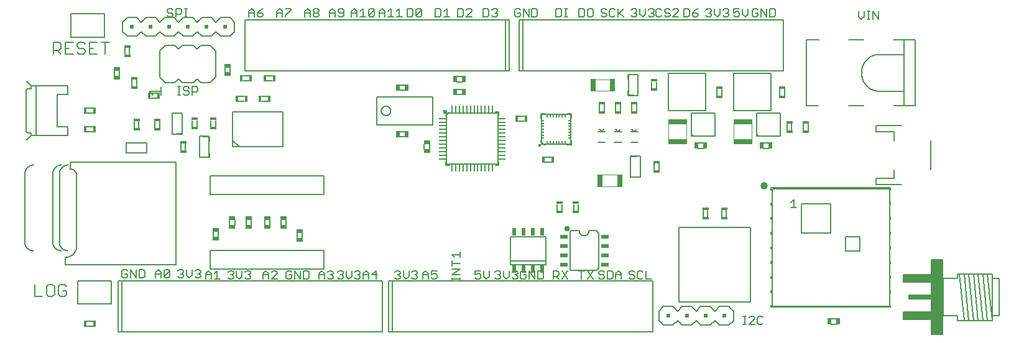
<source format=gto>
G75*
%MOIN*%
%OFA0B0*%
%FSLAX25Y25*%
%IPPOS*%
%LPD*%
%AMOC8*
5,1,8,0,0,1.08239X$1,22.5*
%
%ADD10C,0.00700*%
%ADD11C,0.00500*%
%ADD12C,0.00400*%
%ADD13R,0.10236X0.02953*%
%ADD14C,0.00800*%
%ADD15R,0.01969X0.03740*%
%ADD16R,0.03740X0.01969*%
%ADD17R,0.02953X0.06693*%
%ADD18R,0.01930X0.04331*%
%ADD19C,0.00600*%
%ADD20R,0.02000X0.02000*%
%ADD21R,0.03400X0.01600*%
%ADD22R,0.01600X0.03400*%
%ADD23R,0.04050X0.02000*%
%ADD24R,0.04000X0.02000*%
%ADD25C,0.00010*%
%ADD26R,0.03937X0.00984*%
%ADD27R,0.00984X0.03937*%
%ADD28C,0.02362*%
%ADD29C,0.04000*%
%ADD30R,0.01575X0.00598*%
%ADD31R,0.00598X0.01575*%
%ADD32C,0.01649*%
%ADD33R,0.12500X0.02500*%
D10*
X0006606Y0030850D02*
X0010809Y0030850D01*
X0013051Y0031901D02*
X0014102Y0030850D01*
X0016204Y0030850D01*
X0017255Y0031901D01*
X0017255Y0036104D01*
X0016204Y0037155D01*
X0014102Y0037155D01*
X0013051Y0036104D01*
X0013051Y0031901D01*
X0019497Y0031901D02*
X0020548Y0030850D01*
X0022650Y0030850D01*
X0023700Y0031901D01*
X0023700Y0034003D01*
X0021599Y0034003D01*
X0023700Y0036104D02*
X0022650Y0037155D01*
X0020548Y0037155D01*
X0019497Y0036104D01*
X0019497Y0031901D01*
X0006606Y0030850D02*
X0006606Y0037155D01*
X0016606Y0160850D02*
X0016606Y0167155D01*
X0019759Y0167155D01*
X0020809Y0166104D01*
X0020809Y0164003D01*
X0019759Y0162952D01*
X0016606Y0162952D01*
X0018708Y0162952D02*
X0020809Y0160850D01*
X0023051Y0160850D02*
X0027255Y0160850D01*
X0029497Y0161901D02*
X0030548Y0160850D01*
X0032650Y0160850D01*
X0033700Y0161901D01*
X0033700Y0162952D01*
X0032650Y0164003D01*
X0030548Y0164003D01*
X0029497Y0165054D01*
X0029497Y0166104D01*
X0030548Y0167155D01*
X0032650Y0167155D01*
X0033700Y0166104D01*
X0035942Y0167155D02*
X0035942Y0160850D01*
X0040146Y0160850D01*
X0038044Y0164003D02*
X0035942Y0164003D01*
X0044490Y0160850D02*
X0044490Y0167155D01*
X0046591Y0167155D02*
X0042388Y0167155D01*
X0040146Y0167155D02*
X0035942Y0167155D01*
X0027255Y0167155D02*
X0023051Y0167155D01*
X0023051Y0160850D01*
X0023051Y0164003D02*
X0025153Y0164003D01*
D11*
X0025951Y0169826D02*
X0044061Y0169826D01*
X0044061Y0182424D01*
X0025951Y0182424D01*
X0025951Y0169826D01*
X0073756Y0162500D02*
X0076756Y0165500D01*
X0081756Y0165500D01*
X0083756Y0163500D01*
X0085756Y0165500D01*
X0091756Y0165500D01*
X0093756Y0163500D01*
X0095756Y0165500D01*
X0100756Y0165500D01*
X0103756Y0162500D01*
X0103756Y0148500D01*
X0100756Y0145500D01*
X0095756Y0145500D01*
X0093756Y0147500D01*
X0091756Y0145500D01*
X0085756Y0145500D01*
X0083756Y0147500D01*
X0081756Y0145500D01*
X0076756Y0145500D01*
X0073756Y0148500D01*
X0073756Y0162500D01*
X0078507Y0180750D02*
X0077756Y0181501D01*
X0078507Y0180750D02*
X0080008Y0180750D01*
X0080758Y0181501D01*
X0080758Y0182251D01*
X0080008Y0183002D01*
X0078507Y0183002D01*
X0077756Y0183753D01*
X0077756Y0184503D01*
X0078507Y0185254D01*
X0080008Y0185254D01*
X0080758Y0184503D01*
X0082360Y0185254D02*
X0084612Y0185254D01*
X0085362Y0184503D01*
X0085362Y0183002D01*
X0084612Y0182251D01*
X0082360Y0182251D01*
X0082360Y0180750D02*
X0082360Y0185254D01*
X0086964Y0185254D02*
X0088465Y0185254D01*
X0087714Y0185254D02*
X0087714Y0180750D01*
X0086964Y0180750D02*
X0088465Y0180750D01*
X0119366Y0179280D02*
X0119366Y0151720D01*
X0259130Y0151720D01*
X0259130Y0179280D01*
X0119366Y0179280D01*
X0121506Y0180750D02*
X0121506Y0183753D01*
X0123007Y0185254D01*
X0124508Y0183753D01*
X0124508Y0180750D01*
X0126110Y0181501D02*
X0126860Y0180750D01*
X0128362Y0180750D01*
X0129112Y0181501D01*
X0129112Y0182251D01*
X0128362Y0183002D01*
X0126110Y0183002D01*
X0126110Y0181501D01*
X0126110Y0183002D02*
X0127611Y0184503D01*
X0129112Y0185254D01*
X0124508Y0183002D02*
X0121506Y0183002D01*
X0136506Y0183002D02*
X0139508Y0183002D01*
X0139508Y0183753D02*
X0139508Y0180750D01*
X0141110Y0180750D02*
X0141110Y0181501D01*
X0144112Y0184503D01*
X0144112Y0185254D01*
X0141110Y0185254D01*
X0139508Y0183753D02*
X0138007Y0185254D01*
X0136506Y0183753D01*
X0136506Y0180750D01*
X0151506Y0180750D02*
X0151506Y0183753D01*
X0153007Y0185254D01*
X0154508Y0183753D01*
X0154508Y0180750D01*
X0156110Y0181501D02*
X0156860Y0180750D01*
X0158362Y0180750D01*
X0159112Y0181501D01*
X0159112Y0182251D01*
X0158362Y0183002D01*
X0156860Y0183002D01*
X0156110Y0183753D01*
X0156110Y0184503D01*
X0156860Y0185254D01*
X0158362Y0185254D01*
X0159112Y0184503D01*
X0159112Y0183753D01*
X0158362Y0183002D01*
X0156860Y0183002D02*
X0156110Y0182251D01*
X0156110Y0181501D01*
X0154508Y0183002D02*
X0151506Y0183002D01*
X0164631Y0183002D02*
X0167633Y0183002D01*
X0167633Y0183753D02*
X0167633Y0180750D01*
X0169235Y0181501D02*
X0169985Y0180750D01*
X0171487Y0180750D01*
X0172237Y0181501D01*
X0172237Y0184503D01*
X0171487Y0185254D01*
X0169985Y0185254D01*
X0169235Y0184503D01*
X0169235Y0183753D01*
X0169985Y0183002D01*
X0172237Y0183002D01*
X0176506Y0183002D02*
X0179508Y0183002D01*
X0179508Y0183753D02*
X0179508Y0180750D01*
X0181110Y0180750D02*
X0184112Y0180750D01*
X0182611Y0180750D02*
X0182611Y0185254D01*
X0181110Y0183753D01*
X0179508Y0183753D02*
X0178007Y0185254D01*
X0176506Y0183753D01*
X0176506Y0180750D01*
X0185714Y0181501D02*
X0185714Y0184503D01*
X0186464Y0185254D01*
X0187966Y0185254D01*
X0188716Y0184503D01*
X0185714Y0181501D01*
X0186464Y0180750D01*
X0187966Y0180750D01*
X0188716Y0181501D01*
X0188716Y0184503D01*
X0191506Y0183753D02*
X0193007Y0185254D01*
X0194508Y0183753D01*
X0194508Y0180750D01*
X0196110Y0180750D02*
X0199112Y0180750D01*
X0197611Y0180750D02*
X0197611Y0185254D01*
X0196110Y0183753D01*
X0194508Y0183002D02*
X0191506Y0183002D01*
X0191506Y0183753D02*
X0191506Y0180750D01*
X0200714Y0180750D02*
X0203716Y0180750D01*
X0202215Y0180750D02*
X0202215Y0185254D01*
X0200714Y0183753D01*
X0206506Y0185254D02*
X0208758Y0185254D01*
X0209508Y0184503D01*
X0209508Y0181501D01*
X0208758Y0180750D01*
X0206506Y0180750D01*
X0206506Y0185254D01*
X0211110Y0184503D02*
X0211110Y0181501D01*
X0214112Y0184503D01*
X0214112Y0181501D01*
X0213362Y0180750D01*
X0211860Y0180750D01*
X0211110Y0181501D01*
X0211110Y0184503D02*
X0211860Y0185254D01*
X0213362Y0185254D01*
X0214112Y0184503D01*
X0221506Y0185254D02*
X0223758Y0185254D01*
X0224508Y0184503D01*
X0224508Y0181501D01*
X0223758Y0180750D01*
X0221506Y0180750D01*
X0221506Y0185254D01*
X0226110Y0183753D02*
X0227611Y0185254D01*
X0227611Y0180750D01*
X0226110Y0180750D02*
X0229112Y0180750D01*
X0233381Y0180750D02*
X0235633Y0180750D01*
X0236383Y0181501D01*
X0236383Y0184503D01*
X0235633Y0185254D01*
X0233381Y0185254D01*
X0233381Y0180750D01*
X0237985Y0180750D02*
X0240987Y0183753D01*
X0240987Y0184503D01*
X0240237Y0185254D01*
X0238735Y0185254D01*
X0237985Y0184503D01*
X0237985Y0180750D02*
X0240987Y0180750D01*
X0247131Y0180750D02*
X0249383Y0180750D01*
X0250133Y0181501D01*
X0250133Y0184503D01*
X0249383Y0185254D01*
X0247131Y0185254D01*
X0247131Y0180750D01*
X0251735Y0181501D02*
X0252485Y0180750D01*
X0253987Y0180750D01*
X0254737Y0181501D01*
X0254737Y0182251D01*
X0253987Y0183002D01*
X0253236Y0183002D01*
X0253987Y0183002D02*
X0254737Y0183753D01*
X0254737Y0184503D01*
X0253987Y0185254D01*
X0252485Y0185254D01*
X0251735Y0184503D01*
X0259130Y0179280D02*
X0261098Y0179280D01*
X0261098Y0151720D01*
X0259130Y0151720D01*
X0266413Y0151720D02*
X0268382Y0151720D01*
X0268382Y0179280D01*
X0266413Y0179280D01*
X0266413Y0151720D01*
X0268382Y0151720D02*
X0408146Y0151720D01*
X0408146Y0179280D01*
X0268382Y0179280D01*
X0268610Y0180750D02*
X0268610Y0185254D01*
X0271612Y0180750D01*
X0271612Y0185254D01*
X0273214Y0185254D02*
X0275466Y0185254D01*
X0276216Y0184503D01*
X0276216Y0181501D01*
X0275466Y0180750D01*
X0273214Y0180750D01*
X0273214Y0185254D01*
X0267008Y0184503D02*
X0266258Y0185254D01*
X0264757Y0185254D01*
X0264006Y0184503D01*
X0264006Y0181501D01*
X0264757Y0180750D01*
X0266258Y0180750D01*
X0267008Y0181501D01*
X0267008Y0183002D01*
X0265507Y0183002D01*
X0286193Y0185254D02*
X0286193Y0180750D01*
X0288445Y0180750D01*
X0289196Y0181501D01*
X0289196Y0184503D01*
X0288445Y0185254D01*
X0286193Y0185254D01*
X0290797Y0185254D02*
X0292299Y0185254D01*
X0291548Y0185254D02*
X0291548Y0180750D01*
X0290797Y0180750D02*
X0292299Y0180750D01*
X0298381Y0180750D02*
X0300633Y0180750D01*
X0301383Y0181501D01*
X0301383Y0184503D01*
X0300633Y0185254D01*
X0298381Y0185254D01*
X0298381Y0180750D01*
X0302985Y0181501D02*
X0303735Y0180750D01*
X0305237Y0180750D01*
X0305987Y0181501D01*
X0305987Y0184503D01*
X0305237Y0185254D01*
X0303735Y0185254D01*
X0302985Y0184503D01*
X0302985Y0181501D01*
X0310256Y0181501D02*
X0311007Y0180750D01*
X0312508Y0180750D01*
X0313258Y0181501D01*
X0313258Y0182251D01*
X0312508Y0183002D01*
X0311007Y0183002D01*
X0310256Y0183753D01*
X0310256Y0184503D01*
X0311007Y0185254D01*
X0312508Y0185254D01*
X0313258Y0184503D01*
X0314860Y0184503D02*
X0314860Y0181501D01*
X0315610Y0180750D01*
X0317112Y0180750D01*
X0317862Y0181501D01*
X0319464Y0182251D02*
X0322466Y0185254D01*
X0319464Y0185254D02*
X0319464Y0180750D01*
X0320214Y0183002D02*
X0322466Y0180750D01*
X0326506Y0181501D02*
X0327257Y0180750D01*
X0328758Y0180750D01*
X0329508Y0181501D01*
X0329508Y0182251D01*
X0328758Y0183002D01*
X0328007Y0183002D01*
X0328758Y0183002D02*
X0329508Y0183753D01*
X0329508Y0184503D01*
X0328758Y0185254D01*
X0327257Y0185254D01*
X0326506Y0184503D01*
X0331110Y0185254D02*
X0331110Y0182251D01*
X0332611Y0180750D01*
X0334112Y0182251D01*
X0334112Y0185254D01*
X0335714Y0184503D02*
X0336464Y0185254D01*
X0337966Y0185254D01*
X0338716Y0184503D01*
X0338716Y0183753D01*
X0337966Y0183002D01*
X0338716Y0182251D01*
X0338716Y0181501D01*
X0337966Y0180750D01*
X0336464Y0180750D01*
X0335714Y0181501D01*
X0337215Y0183002D02*
X0337966Y0183002D01*
X0339631Y0184503D02*
X0339631Y0181501D01*
X0340382Y0180750D01*
X0341883Y0180750D01*
X0342633Y0181501D01*
X0344235Y0181501D02*
X0344985Y0180750D01*
X0346487Y0180750D01*
X0347237Y0181501D01*
X0347237Y0182251D01*
X0346487Y0183002D01*
X0344985Y0183002D01*
X0344235Y0183753D01*
X0344235Y0184503D01*
X0344985Y0185254D01*
X0346487Y0185254D01*
X0347237Y0184503D01*
X0348839Y0184503D02*
X0349589Y0185254D01*
X0351091Y0185254D01*
X0351841Y0184503D01*
X0351841Y0183753D01*
X0348839Y0180750D01*
X0351841Y0180750D01*
X0354631Y0180750D02*
X0356883Y0180750D01*
X0357633Y0181501D01*
X0357633Y0184503D01*
X0356883Y0185254D01*
X0354631Y0185254D01*
X0354631Y0180750D01*
X0359235Y0181501D02*
X0359985Y0180750D01*
X0361487Y0180750D01*
X0362237Y0181501D01*
X0362237Y0182251D01*
X0361487Y0183002D01*
X0359235Y0183002D01*
X0359235Y0181501D01*
X0359235Y0183002D02*
X0360736Y0184503D01*
X0362237Y0185254D01*
X0366506Y0184503D02*
X0367257Y0185254D01*
X0368758Y0185254D01*
X0369508Y0184503D01*
X0369508Y0183753D01*
X0368758Y0183002D01*
X0369508Y0182251D01*
X0369508Y0181501D01*
X0368758Y0180750D01*
X0367257Y0180750D01*
X0366506Y0181501D01*
X0368007Y0183002D02*
X0368758Y0183002D01*
X0371110Y0182251D02*
X0372611Y0180750D01*
X0374112Y0182251D01*
X0374112Y0185254D01*
X0375714Y0184503D02*
X0376464Y0185254D01*
X0377966Y0185254D01*
X0378716Y0184503D01*
X0378716Y0183753D01*
X0377966Y0183002D01*
X0378716Y0182251D01*
X0378716Y0181501D01*
X0377966Y0180750D01*
X0376464Y0180750D01*
X0375714Y0181501D01*
X0377215Y0183002D02*
X0377966Y0183002D01*
X0381506Y0183002D02*
X0383007Y0183753D01*
X0383758Y0183753D01*
X0384508Y0183002D01*
X0384508Y0181501D01*
X0383758Y0180750D01*
X0382257Y0180750D01*
X0381506Y0181501D01*
X0381506Y0183002D02*
X0381506Y0185254D01*
X0384508Y0185254D01*
X0386110Y0185254D02*
X0386110Y0182251D01*
X0387611Y0180750D01*
X0389112Y0182251D01*
X0389112Y0185254D01*
X0391506Y0184503D02*
X0391506Y0181501D01*
X0392257Y0180750D01*
X0393758Y0180750D01*
X0394508Y0181501D01*
X0394508Y0183002D01*
X0393007Y0183002D01*
X0391506Y0184503D02*
X0392257Y0185254D01*
X0393758Y0185254D01*
X0394508Y0184503D01*
X0396110Y0185254D02*
X0399112Y0180750D01*
X0399112Y0185254D01*
X0400714Y0185254D02*
X0402966Y0185254D01*
X0403716Y0184503D01*
X0403716Y0181501D01*
X0402966Y0180750D01*
X0400714Y0180750D01*
X0400714Y0185254D01*
X0396110Y0185254D02*
X0396110Y0180750D01*
X0371110Y0182251D02*
X0371110Y0185254D01*
X0342633Y0184503D02*
X0341883Y0185254D01*
X0340382Y0185254D01*
X0339631Y0184503D01*
X0317862Y0184503D02*
X0317112Y0185254D01*
X0315610Y0185254D01*
X0314860Y0184503D01*
X0346256Y0150500D02*
X0346256Y0130500D01*
X0366256Y0130500D01*
X0366256Y0133000D01*
X0366256Y0150500D01*
X0346256Y0150500D01*
X0381256Y0150500D02*
X0381256Y0130500D01*
X0401256Y0130500D01*
X0401256Y0133000D01*
X0401256Y0150500D01*
X0381256Y0150500D01*
X0371256Y0129250D02*
X0358756Y0129250D01*
X0358756Y0117375D01*
X0359381Y0117375D01*
X0359381Y0116750D01*
X0371256Y0116750D01*
X0371256Y0129250D01*
X0393756Y0129250D02*
X0393756Y0117375D01*
X0394381Y0117375D01*
X0394381Y0116750D01*
X0406256Y0116750D01*
X0406256Y0129250D01*
X0393756Y0129250D01*
X0393756Y0117375D02*
X0393756Y0116750D01*
X0394381Y0116750D01*
X0359381Y0116750D02*
X0358756Y0116750D01*
X0358756Y0117375D01*
X0330006Y0119250D02*
X0328131Y0119250D01*
X0326881Y0120500D01*
X0326256Y0119250D02*
X0328131Y0119250D01*
X0329381Y0120500D01*
X0321256Y0119250D02*
X0319381Y0119250D01*
X0318131Y0120500D01*
X0317506Y0119250D02*
X0319381Y0119250D01*
X0320631Y0120500D01*
X0312506Y0119250D02*
X0310631Y0119250D01*
X0309381Y0120500D01*
X0308756Y0119250D02*
X0310631Y0119250D01*
X0311881Y0120500D01*
X0312506Y0113625D02*
X0308756Y0113625D01*
X0317506Y0113625D02*
X0321256Y0113625D01*
X0326256Y0113625D02*
X0330006Y0113625D01*
X0294130Y0112626D02*
X0294130Y0128374D01*
X0278382Y0128374D01*
X0278382Y0112626D01*
X0294130Y0112626D01*
X0220006Y0123000D02*
X0220006Y0138000D01*
X0190006Y0138000D01*
X0190006Y0123000D01*
X0220006Y0123000D01*
X0192506Y0130500D02*
X0192508Y0130599D01*
X0192514Y0130699D01*
X0192524Y0130798D01*
X0192538Y0130896D01*
X0192555Y0130994D01*
X0192577Y0131091D01*
X0192602Y0131187D01*
X0192631Y0131282D01*
X0192664Y0131376D01*
X0192701Y0131468D01*
X0192741Y0131559D01*
X0192785Y0131648D01*
X0192833Y0131736D01*
X0192884Y0131821D01*
X0192938Y0131904D01*
X0192995Y0131986D01*
X0193056Y0132064D01*
X0193120Y0132141D01*
X0193186Y0132214D01*
X0193256Y0132285D01*
X0193328Y0132353D01*
X0193403Y0132419D01*
X0193481Y0132481D01*
X0193561Y0132540D01*
X0193643Y0132596D01*
X0193727Y0132648D01*
X0193814Y0132697D01*
X0193902Y0132743D01*
X0193992Y0132785D01*
X0194084Y0132824D01*
X0194177Y0132859D01*
X0194271Y0132890D01*
X0194367Y0132917D01*
X0194464Y0132940D01*
X0194561Y0132960D01*
X0194659Y0132976D01*
X0194758Y0132988D01*
X0194857Y0132996D01*
X0194956Y0133000D01*
X0195056Y0133000D01*
X0195155Y0132996D01*
X0195254Y0132988D01*
X0195353Y0132976D01*
X0195451Y0132960D01*
X0195548Y0132940D01*
X0195645Y0132917D01*
X0195741Y0132890D01*
X0195835Y0132859D01*
X0195928Y0132824D01*
X0196020Y0132785D01*
X0196110Y0132743D01*
X0196198Y0132697D01*
X0196285Y0132648D01*
X0196369Y0132596D01*
X0196451Y0132540D01*
X0196531Y0132481D01*
X0196609Y0132419D01*
X0196684Y0132353D01*
X0196756Y0132285D01*
X0196826Y0132214D01*
X0196892Y0132141D01*
X0196956Y0132064D01*
X0197017Y0131986D01*
X0197074Y0131904D01*
X0197128Y0131821D01*
X0197179Y0131736D01*
X0197227Y0131648D01*
X0197271Y0131559D01*
X0197311Y0131468D01*
X0197348Y0131376D01*
X0197381Y0131282D01*
X0197410Y0131187D01*
X0197435Y0131091D01*
X0197457Y0130994D01*
X0197474Y0130896D01*
X0197488Y0130798D01*
X0197498Y0130699D01*
X0197504Y0130599D01*
X0197506Y0130500D01*
X0197504Y0130401D01*
X0197498Y0130301D01*
X0197488Y0130202D01*
X0197474Y0130104D01*
X0197457Y0130006D01*
X0197435Y0129909D01*
X0197410Y0129813D01*
X0197381Y0129718D01*
X0197348Y0129624D01*
X0197311Y0129532D01*
X0197271Y0129441D01*
X0197227Y0129352D01*
X0197179Y0129264D01*
X0197128Y0129179D01*
X0197074Y0129096D01*
X0197017Y0129014D01*
X0196956Y0128936D01*
X0196892Y0128859D01*
X0196826Y0128786D01*
X0196756Y0128715D01*
X0196684Y0128647D01*
X0196609Y0128581D01*
X0196531Y0128519D01*
X0196451Y0128460D01*
X0196369Y0128404D01*
X0196285Y0128352D01*
X0196198Y0128303D01*
X0196110Y0128257D01*
X0196020Y0128215D01*
X0195928Y0128176D01*
X0195835Y0128141D01*
X0195741Y0128110D01*
X0195645Y0128083D01*
X0195548Y0128060D01*
X0195451Y0128040D01*
X0195353Y0128024D01*
X0195254Y0128012D01*
X0195155Y0128004D01*
X0195056Y0128000D01*
X0194956Y0128000D01*
X0194857Y0128004D01*
X0194758Y0128012D01*
X0194659Y0128024D01*
X0194561Y0128040D01*
X0194464Y0128060D01*
X0194367Y0128083D01*
X0194271Y0128110D01*
X0194177Y0128141D01*
X0194084Y0128176D01*
X0193992Y0128215D01*
X0193902Y0128257D01*
X0193814Y0128303D01*
X0193727Y0128352D01*
X0193643Y0128404D01*
X0193561Y0128460D01*
X0193481Y0128519D01*
X0193403Y0128581D01*
X0193328Y0128647D01*
X0193256Y0128715D01*
X0193186Y0128786D01*
X0193120Y0128859D01*
X0193056Y0128936D01*
X0192995Y0129014D01*
X0192938Y0129096D01*
X0192884Y0129179D01*
X0192833Y0129264D01*
X0192785Y0129352D01*
X0192741Y0129441D01*
X0192701Y0129532D01*
X0192664Y0129624D01*
X0192631Y0129718D01*
X0192602Y0129813D01*
X0192577Y0129909D01*
X0192555Y0130006D01*
X0192538Y0130104D01*
X0192524Y0130202D01*
X0192514Y0130301D01*
X0192508Y0130401D01*
X0192506Y0130500D01*
X0161650Y0095421D02*
X0159602Y0095421D01*
X0161650Y0095421D02*
X0161650Y0085579D01*
X0149102Y0085579D01*
X0143488Y0085579D02*
X0129024Y0085579D01*
X0123488Y0085579D02*
X0109024Y0085579D01*
X0102909Y0085579D02*
X0100862Y0085579D01*
X0100862Y0095421D01*
X0113409Y0095421D01*
X0119362Y0095421D02*
X0133150Y0095421D01*
X0139362Y0095421D02*
X0153150Y0095421D01*
X0161650Y0095421D02*
X0100862Y0095421D01*
X0100862Y0085579D01*
X0161650Y0085579D01*
X0161650Y0095421D01*
X0082348Y0103000D02*
X0025656Y0103000D01*
X0025656Y0099063D01*
X0024632Y0101425D02*
X0024497Y0101423D01*
X0024362Y0101417D01*
X0024228Y0101408D01*
X0024094Y0101394D01*
X0023960Y0101377D01*
X0023826Y0101356D01*
X0023694Y0101331D01*
X0023562Y0101302D01*
X0023431Y0101270D01*
X0023301Y0101234D01*
X0023172Y0101194D01*
X0023045Y0101150D01*
X0022918Y0101103D01*
X0022793Y0101052D01*
X0022670Y0100998D01*
X0022548Y0100940D01*
X0022427Y0100879D01*
X0022309Y0100814D01*
X0022193Y0100746D01*
X0022078Y0100675D01*
X0021966Y0100601D01*
X0021855Y0100523D01*
X0021747Y0100442D01*
X0021642Y0100358D01*
X0021538Y0100271D01*
X0021438Y0100181D01*
X0021340Y0100089D01*
X0021244Y0099993D01*
X0021152Y0099895D01*
X0021062Y0099795D01*
X0020975Y0099691D01*
X0020891Y0099586D01*
X0020810Y0099478D01*
X0020732Y0099367D01*
X0020658Y0099255D01*
X0020587Y0099140D01*
X0020519Y0099024D01*
X0020454Y0098906D01*
X0020393Y0098785D01*
X0020335Y0098663D01*
X0020281Y0098540D01*
X0020230Y0098415D01*
X0020183Y0098288D01*
X0020139Y0098161D01*
X0020099Y0098032D01*
X0020063Y0097902D01*
X0020031Y0097771D01*
X0020002Y0097639D01*
X0019977Y0097507D01*
X0019956Y0097373D01*
X0019939Y0097239D01*
X0019925Y0097105D01*
X0019916Y0096971D01*
X0019910Y0096836D01*
X0019908Y0096701D01*
X0019907Y0096701D02*
X0019907Y0060480D01*
X0016364Y0060481D02*
X0016355Y0060346D01*
X0016350Y0060210D01*
X0016348Y0060075D01*
X0016350Y0059940D01*
X0016356Y0059804D01*
X0016366Y0059669D01*
X0016380Y0059535D01*
X0016398Y0059400D01*
X0016420Y0059267D01*
X0016445Y0059134D01*
X0016474Y0059001D01*
X0016507Y0058870D01*
X0016543Y0058740D01*
X0016584Y0058611D01*
X0016628Y0058482D01*
X0016675Y0058356D01*
X0016727Y0058230D01*
X0016781Y0058107D01*
X0016840Y0057984D01*
X0016902Y0057864D01*
X0016967Y0057745D01*
X0017035Y0057628D01*
X0017107Y0057514D01*
X0017182Y0057401D01*
X0017261Y0057291D01*
X0017342Y0057182D01*
X0017426Y0057077D01*
X0017514Y0056973D01*
X0017604Y0056872D01*
X0017697Y0056774D01*
X0017793Y0056679D01*
X0017892Y0056586D01*
X0017993Y0056496D01*
X0018097Y0056409D01*
X0018203Y0056325D01*
X0018312Y0056244D01*
X0018423Y0056167D01*
X0018536Y0056092D01*
X0018651Y0056021D01*
X0018768Y0055953D01*
X0018887Y0055888D01*
X0019008Y0055827D01*
X0019130Y0055769D01*
X0019255Y0055715D01*
X0019380Y0055665D01*
X0019507Y0055618D01*
X0019635Y0055574D01*
X0019765Y0055535D01*
X0019895Y0055499D01*
X0020027Y0055466D01*
X0020159Y0055438D01*
X0020292Y0055413D01*
X0020426Y0055393D01*
X0020561Y0055376D01*
X0020695Y0055362D01*
X0022900Y0051819D02*
X0023057Y0051821D01*
X0023214Y0051827D01*
X0023371Y0051837D01*
X0023527Y0051850D01*
X0023683Y0051868D01*
X0023839Y0051889D01*
X0023994Y0051915D01*
X0024148Y0051944D01*
X0024302Y0051977D01*
X0024454Y0052014D01*
X0024606Y0052054D01*
X0024757Y0052099D01*
X0024906Y0052147D01*
X0025054Y0052199D01*
X0025201Y0052254D01*
X0025347Y0052314D01*
X0025491Y0052376D01*
X0025633Y0052443D01*
X0025774Y0052513D01*
X0025913Y0052586D01*
X0026050Y0052663D01*
X0026185Y0052743D01*
X0026317Y0052827D01*
X0026448Y0052914D01*
X0026577Y0053004D01*
X0026703Y0053097D01*
X0026827Y0053193D01*
X0026949Y0053293D01*
X0027068Y0053395D01*
X0027184Y0053501D01*
X0027298Y0053609D01*
X0027409Y0053720D01*
X0027517Y0053834D01*
X0027623Y0053950D01*
X0027725Y0054069D01*
X0027825Y0054191D01*
X0027921Y0054315D01*
X0028014Y0054441D01*
X0028104Y0054570D01*
X0028191Y0054701D01*
X0028275Y0054833D01*
X0028355Y0054969D01*
X0028432Y0055105D01*
X0028505Y0055244D01*
X0028575Y0055385D01*
X0028642Y0055527D01*
X0028704Y0055671D01*
X0028764Y0055817D01*
X0028819Y0055964D01*
X0028871Y0056112D01*
X0028919Y0056261D01*
X0028964Y0056412D01*
X0029004Y0056564D01*
X0029041Y0056716D01*
X0029074Y0056870D01*
X0029103Y0057024D01*
X0029129Y0057179D01*
X0029150Y0057335D01*
X0029168Y0057491D01*
X0029181Y0057647D01*
X0029191Y0057804D01*
X0029197Y0057961D01*
X0029199Y0058118D01*
X0029199Y0096307D01*
X0029198Y0096307D02*
X0029183Y0096416D01*
X0029163Y0096525D01*
X0029140Y0096634D01*
X0029113Y0096741D01*
X0029082Y0096848D01*
X0029048Y0096953D01*
X0029010Y0097057D01*
X0028968Y0097160D01*
X0028923Y0097261D01*
X0028874Y0097360D01*
X0028822Y0097458D01*
X0028766Y0097554D01*
X0028707Y0097647D01*
X0028645Y0097739D01*
X0028580Y0097829D01*
X0028511Y0097916D01*
X0028440Y0098001D01*
X0028366Y0098083D01*
X0028288Y0098162D01*
X0028209Y0098239D01*
X0028126Y0098313D01*
X0028041Y0098384D01*
X0027954Y0098452D01*
X0027864Y0098517D01*
X0027772Y0098579D01*
X0027678Y0098637D01*
X0027582Y0098692D01*
X0027484Y0098744D01*
X0027384Y0098793D01*
X0027283Y0098837D01*
X0027180Y0098879D01*
X0027076Y0098916D01*
X0026970Y0098950D01*
X0026864Y0098981D01*
X0026756Y0099007D01*
X0026648Y0099030D01*
X0026539Y0099049D01*
X0026429Y0099064D01*
X0026319Y0099076D01*
X0026208Y0099083D01*
X0026097Y0099087D01*
X0025987Y0099086D01*
X0025876Y0099082D01*
X0025765Y0099074D01*
X0025655Y0099062D01*
X0021089Y0101425D02*
X0020954Y0101423D01*
X0020819Y0101417D01*
X0020685Y0101408D01*
X0020551Y0101394D01*
X0020417Y0101377D01*
X0020283Y0101356D01*
X0020151Y0101331D01*
X0020019Y0101302D01*
X0019888Y0101270D01*
X0019758Y0101234D01*
X0019629Y0101194D01*
X0019502Y0101150D01*
X0019375Y0101103D01*
X0019250Y0101052D01*
X0019127Y0100998D01*
X0019005Y0100940D01*
X0018884Y0100879D01*
X0018766Y0100814D01*
X0018650Y0100746D01*
X0018535Y0100675D01*
X0018423Y0100601D01*
X0018312Y0100523D01*
X0018204Y0100442D01*
X0018099Y0100358D01*
X0017995Y0100271D01*
X0017895Y0100181D01*
X0017797Y0100089D01*
X0017701Y0099993D01*
X0017609Y0099895D01*
X0017519Y0099795D01*
X0017432Y0099691D01*
X0017348Y0099586D01*
X0017267Y0099478D01*
X0017189Y0099367D01*
X0017115Y0099255D01*
X0017044Y0099140D01*
X0016976Y0099024D01*
X0016911Y0098906D01*
X0016850Y0098785D01*
X0016792Y0098663D01*
X0016738Y0098540D01*
X0016687Y0098415D01*
X0016640Y0098288D01*
X0016596Y0098161D01*
X0016556Y0098032D01*
X0016520Y0097902D01*
X0016488Y0097771D01*
X0016459Y0097639D01*
X0016434Y0097507D01*
X0016413Y0097373D01*
X0016396Y0097239D01*
X0016382Y0097105D01*
X0016373Y0096971D01*
X0016367Y0096836D01*
X0016365Y0096701D01*
X0016364Y0096701D02*
X0016364Y0060480D01*
X0005734Y0055362D02*
X0005600Y0055376D01*
X0005465Y0055393D01*
X0005331Y0055413D01*
X0005198Y0055438D01*
X0005066Y0055466D01*
X0004934Y0055499D01*
X0004804Y0055535D01*
X0004674Y0055574D01*
X0004546Y0055618D01*
X0004419Y0055665D01*
X0004294Y0055715D01*
X0004169Y0055769D01*
X0004047Y0055827D01*
X0003926Y0055888D01*
X0003807Y0055953D01*
X0003690Y0056021D01*
X0003575Y0056092D01*
X0003462Y0056167D01*
X0003351Y0056244D01*
X0003242Y0056325D01*
X0003136Y0056409D01*
X0003032Y0056496D01*
X0002931Y0056586D01*
X0002832Y0056679D01*
X0002736Y0056774D01*
X0002643Y0056872D01*
X0002553Y0056973D01*
X0002465Y0057077D01*
X0002381Y0057182D01*
X0002300Y0057291D01*
X0002221Y0057401D01*
X0002146Y0057514D01*
X0002074Y0057628D01*
X0002006Y0057745D01*
X0001941Y0057864D01*
X0001879Y0057984D01*
X0001820Y0058107D01*
X0001766Y0058230D01*
X0001714Y0058356D01*
X0001667Y0058482D01*
X0001623Y0058611D01*
X0001582Y0058740D01*
X0001546Y0058870D01*
X0001513Y0059001D01*
X0001484Y0059134D01*
X0001459Y0059267D01*
X0001437Y0059400D01*
X0001419Y0059535D01*
X0001405Y0059669D01*
X0001395Y0059804D01*
X0001389Y0059940D01*
X0001387Y0060075D01*
X0001389Y0060210D01*
X0001394Y0060346D01*
X0001403Y0060481D01*
X0001404Y0060480D02*
X0001404Y0096701D01*
X0001406Y0096836D01*
X0001412Y0096971D01*
X0001421Y0097105D01*
X0001435Y0097239D01*
X0001452Y0097373D01*
X0001473Y0097507D01*
X0001498Y0097639D01*
X0001527Y0097771D01*
X0001559Y0097902D01*
X0001595Y0098032D01*
X0001635Y0098161D01*
X0001679Y0098288D01*
X0001726Y0098415D01*
X0001777Y0098540D01*
X0001831Y0098663D01*
X0001889Y0098785D01*
X0001950Y0098906D01*
X0002015Y0099024D01*
X0002083Y0099140D01*
X0002154Y0099255D01*
X0002228Y0099367D01*
X0002306Y0099478D01*
X0002387Y0099586D01*
X0002471Y0099691D01*
X0002558Y0099795D01*
X0002648Y0099895D01*
X0002740Y0099993D01*
X0002836Y0100089D01*
X0002934Y0100181D01*
X0003034Y0100271D01*
X0003138Y0100358D01*
X0003243Y0100442D01*
X0003351Y0100523D01*
X0003462Y0100601D01*
X0003574Y0100675D01*
X0003689Y0100746D01*
X0003805Y0100814D01*
X0003923Y0100879D01*
X0004044Y0100940D01*
X0004166Y0100998D01*
X0004289Y0101052D01*
X0004414Y0101103D01*
X0004541Y0101150D01*
X0004668Y0101194D01*
X0004797Y0101234D01*
X0004927Y0101270D01*
X0005058Y0101302D01*
X0005190Y0101331D01*
X0005322Y0101356D01*
X0005456Y0101377D01*
X0005590Y0101394D01*
X0005724Y0101408D01*
X0005858Y0101417D01*
X0005993Y0101423D01*
X0006128Y0101425D01*
X0007422Y0117114D02*
X0004666Y0117114D01*
X0004666Y0118689D01*
X0002895Y0118689D01*
X0002894Y0118689D02*
X0002835Y0118700D01*
X0002777Y0118715D01*
X0002720Y0118734D01*
X0002664Y0118756D01*
X0002610Y0118782D01*
X0002558Y0118812D01*
X0002507Y0118845D01*
X0002459Y0118880D01*
X0002413Y0118919D01*
X0002370Y0118961D01*
X0002329Y0119005D01*
X0002292Y0119052D01*
X0002257Y0119102D01*
X0002226Y0119153D01*
X0002198Y0119206D01*
X0002174Y0119261D01*
X0002153Y0119318D01*
X0002136Y0119375D01*
X0002122Y0119434D01*
X0002113Y0119493D01*
X0002107Y0119553D01*
X0002105Y0119613D01*
X0002107Y0119673D01*
X0002107Y0141524D01*
X0002118Y0141583D01*
X0002133Y0141641D01*
X0002152Y0141698D01*
X0002174Y0141754D01*
X0002200Y0141808D01*
X0002230Y0141860D01*
X0002263Y0141911D01*
X0002298Y0141959D01*
X0002337Y0142005D01*
X0002379Y0142048D01*
X0002423Y0142089D01*
X0002470Y0142126D01*
X0002520Y0142161D01*
X0002571Y0142192D01*
X0002624Y0142220D01*
X0002679Y0142244D01*
X0002736Y0142265D01*
X0002793Y0142282D01*
X0002852Y0142296D01*
X0002911Y0142305D01*
X0002971Y0142311D01*
X0003031Y0142313D01*
X0003091Y0142311D01*
X0003092Y0142311D02*
X0004666Y0142311D01*
X0004666Y0143886D01*
X0007422Y0143886D01*
X0007422Y0117114D01*
X0024351Y0117114D01*
X0024351Y0121839D01*
X0018840Y0121839D01*
X0018840Y0139161D01*
X0024351Y0139161D01*
X0024351Y0143886D01*
X0007422Y0143886D01*
X0083381Y0143379D02*
X0084882Y0143379D01*
X0084132Y0143379D02*
X0084132Y0138875D01*
X0084882Y0138875D02*
X0083381Y0138875D01*
X0086450Y0139626D02*
X0087201Y0138875D01*
X0088702Y0138875D01*
X0089453Y0139626D01*
X0089453Y0140376D01*
X0088702Y0141127D01*
X0087201Y0141127D01*
X0086450Y0141878D01*
X0086450Y0142628D01*
X0087201Y0143379D01*
X0088702Y0143379D01*
X0089453Y0142628D01*
X0091054Y0143379D02*
X0091054Y0138875D01*
X0091054Y0140376D02*
X0093306Y0140376D01*
X0094057Y0141127D01*
X0094057Y0142628D01*
X0093306Y0143379D01*
X0091054Y0143379D01*
X0164631Y0180750D02*
X0164631Y0183753D01*
X0166132Y0185254D01*
X0167633Y0183753D01*
X0082348Y0103000D02*
X0082348Y0047882D01*
X0022900Y0047882D01*
X0022900Y0051819D01*
X0024238Y0055362D02*
X0024104Y0055376D01*
X0023969Y0055393D01*
X0023835Y0055413D01*
X0023702Y0055438D01*
X0023570Y0055466D01*
X0023438Y0055499D01*
X0023308Y0055535D01*
X0023178Y0055574D01*
X0023050Y0055618D01*
X0022923Y0055665D01*
X0022798Y0055715D01*
X0022673Y0055769D01*
X0022551Y0055827D01*
X0022430Y0055888D01*
X0022311Y0055953D01*
X0022194Y0056021D01*
X0022079Y0056092D01*
X0021966Y0056167D01*
X0021855Y0056244D01*
X0021746Y0056325D01*
X0021640Y0056409D01*
X0021536Y0056496D01*
X0021435Y0056586D01*
X0021336Y0056679D01*
X0021240Y0056774D01*
X0021147Y0056872D01*
X0021057Y0056973D01*
X0020969Y0057077D01*
X0020885Y0057182D01*
X0020804Y0057291D01*
X0020725Y0057401D01*
X0020650Y0057514D01*
X0020578Y0057628D01*
X0020510Y0057745D01*
X0020445Y0057864D01*
X0020383Y0057984D01*
X0020324Y0058107D01*
X0020270Y0058230D01*
X0020218Y0058356D01*
X0020171Y0058482D01*
X0020127Y0058611D01*
X0020086Y0058740D01*
X0020050Y0058870D01*
X0020017Y0059001D01*
X0019988Y0059134D01*
X0019963Y0059267D01*
X0019941Y0059400D01*
X0019923Y0059535D01*
X0019909Y0059669D01*
X0019899Y0059804D01*
X0019893Y0059940D01*
X0019891Y0060075D01*
X0019893Y0060210D01*
X0019898Y0060346D01*
X0019907Y0060481D01*
X0053381Y0044503D02*
X0054132Y0045254D01*
X0055633Y0045254D01*
X0056383Y0044503D01*
X0056383Y0043002D02*
X0054882Y0043002D01*
X0056383Y0043002D02*
X0056383Y0041501D01*
X0055633Y0040750D01*
X0054132Y0040750D01*
X0053381Y0041501D01*
X0053381Y0044503D01*
X0057985Y0045254D02*
X0060987Y0040750D01*
X0060987Y0045254D01*
X0062589Y0045254D02*
X0064841Y0045254D01*
X0065591Y0044503D01*
X0065591Y0041501D01*
X0064841Y0040750D01*
X0062589Y0040750D01*
X0062589Y0045254D01*
X0057985Y0045254D02*
X0057985Y0040750D01*
X0053382Y0039280D02*
X0053382Y0011720D01*
X0193146Y0011720D01*
X0193146Y0039280D01*
X0053382Y0039280D01*
X0051413Y0039280D01*
X0051413Y0011720D01*
X0053382Y0011720D01*
X0047811Y0026701D02*
X0029701Y0026701D01*
X0029701Y0039299D01*
X0047811Y0039299D01*
X0047811Y0026701D01*
X0071506Y0040750D02*
X0071506Y0043753D01*
X0073007Y0045254D01*
X0074508Y0043753D01*
X0074508Y0040750D01*
X0076110Y0041501D02*
X0079112Y0044503D01*
X0079112Y0041501D01*
X0078362Y0040750D01*
X0076860Y0040750D01*
X0076110Y0041501D01*
X0076110Y0044503D01*
X0076860Y0045254D01*
X0078362Y0045254D01*
X0079112Y0044503D01*
X0083381Y0044503D02*
X0084132Y0045254D01*
X0085633Y0045254D01*
X0086383Y0044503D01*
X0086383Y0043753D01*
X0085633Y0043002D01*
X0086383Y0042251D01*
X0086383Y0041501D01*
X0085633Y0040750D01*
X0084132Y0040750D01*
X0083381Y0041501D01*
X0084882Y0043002D02*
X0085633Y0043002D01*
X0087985Y0042251D02*
X0089486Y0040750D01*
X0090987Y0042251D01*
X0090987Y0045254D01*
X0092589Y0044503D02*
X0093339Y0045254D01*
X0094841Y0045254D01*
X0095591Y0044503D01*
X0095591Y0043753D01*
X0094841Y0043002D01*
X0095591Y0042251D01*
X0095591Y0041501D01*
X0094841Y0040750D01*
X0093339Y0040750D01*
X0092589Y0041501D01*
X0094090Y0043002D02*
X0094841Y0043002D01*
X0098381Y0043128D02*
X0099882Y0044629D01*
X0101383Y0043128D01*
X0101383Y0040125D01*
X0102985Y0040125D02*
X0105987Y0040125D01*
X0104486Y0040125D02*
X0104486Y0044629D01*
X0102985Y0043128D01*
X0101383Y0042377D02*
X0098381Y0042377D01*
X0098381Y0043128D02*
X0098381Y0040125D01*
X0087985Y0042251D02*
X0087985Y0045254D01*
X0100862Y0045579D02*
X0102909Y0045579D01*
X0100862Y0045579D02*
X0100862Y0055421D01*
X0113409Y0055421D01*
X0119362Y0055421D02*
X0133150Y0055421D01*
X0139362Y0055421D02*
X0153150Y0055421D01*
X0159602Y0055421D02*
X0161650Y0055421D01*
X0161650Y0045579D01*
X0149102Y0045579D01*
X0149112Y0044629D02*
X0149112Y0040125D01*
X0146110Y0044629D01*
X0146110Y0040125D01*
X0144508Y0040876D02*
X0143758Y0040125D01*
X0142257Y0040125D01*
X0141506Y0040876D01*
X0141506Y0043878D01*
X0142257Y0044629D01*
X0143758Y0044629D01*
X0144508Y0043878D01*
X0144508Y0042377D02*
X0143007Y0042377D01*
X0144508Y0042377D02*
X0144508Y0040876D01*
X0150714Y0040125D02*
X0152966Y0040125D01*
X0153716Y0040876D01*
X0153716Y0043878D01*
X0152966Y0044629D01*
X0150714Y0044629D01*
X0150714Y0040125D01*
X0159006Y0040125D02*
X0159006Y0043128D01*
X0160507Y0044629D01*
X0162008Y0043128D01*
X0162008Y0040125D01*
X0163610Y0040876D02*
X0164360Y0040125D01*
X0165862Y0040125D01*
X0166612Y0040876D01*
X0166612Y0041626D01*
X0165862Y0042377D01*
X0165111Y0042377D01*
X0165862Y0042377D02*
X0166612Y0043128D01*
X0166612Y0043878D01*
X0165862Y0044629D01*
X0164360Y0044629D01*
X0163610Y0043878D01*
X0162008Y0042377D02*
X0159006Y0042377D01*
X0161650Y0045579D02*
X0161650Y0055421D01*
X0100862Y0055421D01*
X0100862Y0045579D01*
X0161650Y0045579D01*
X0169006Y0043878D02*
X0169757Y0044629D01*
X0171258Y0044629D01*
X0172008Y0043878D01*
X0172008Y0043128D01*
X0171258Y0042377D01*
X0172008Y0041626D01*
X0172008Y0040876D01*
X0171258Y0040125D01*
X0169757Y0040125D01*
X0169006Y0040876D01*
X0170507Y0042377D02*
X0171258Y0042377D01*
X0173610Y0041626D02*
X0175111Y0040125D01*
X0176612Y0041626D01*
X0176612Y0044629D01*
X0178214Y0043878D02*
X0178964Y0044629D01*
X0180466Y0044629D01*
X0181216Y0043878D01*
X0181216Y0043128D01*
X0180466Y0042377D01*
X0181216Y0041626D01*
X0181216Y0040876D01*
X0180466Y0040125D01*
X0178964Y0040125D01*
X0178214Y0040876D01*
X0179715Y0042377D02*
X0180466Y0042377D01*
X0182756Y0042377D02*
X0185758Y0042377D01*
X0185758Y0043128D02*
X0185758Y0040125D01*
X0187360Y0042377D02*
X0190362Y0042377D01*
X0189612Y0040125D02*
X0189612Y0044629D01*
X0187360Y0042377D01*
X0185758Y0043128D02*
X0184257Y0044629D01*
X0182756Y0043128D01*
X0182756Y0040125D01*
X0173610Y0041626D02*
X0173610Y0044629D01*
X0196413Y0039280D02*
X0198382Y0039280D01*
X0198382Y0011720D01*
X0338146Y0011720D01*
X0338146Y0039280D01*
X0198382Y0039280D01*
X0196413Y0039280D02*
X0196413Y0011720D01*
X0198382Y0011720D01*
X0200382Y0040125D02*
X0199631Y0040876D01*
X0200382Y0040125D02*
X0201883Y0040125D01*
X0202633Y0040876D01*
X0202633Y0041626D01*
X0201883Y0042377D01*
X0201132Y0042377D01*
X0201883Y0042377D02*
X0202633Y0043128D01*
X0202633Y0043878D01*
X0201883Y0044629D01*
X0200382Y0044629D01*
X0199631Y0043878D01*
X0204235Y0044629D02*
X0204235Y0041626D01*
X0205736Y0040125D01*
X0207237Y0041626D01*
X0207237Y0044629D01*
X0208839Y0043878D02*
X0209589Y0044629D01*
X0211091Y0044629D01*
X0211841Y0043878D01*
X0211841Y0043128D01*
X0211091Y0042377D01*
X0211841Y0041626D01*
X0211841Y0040876D01*
X0211091Y0040125D01*
X0209589Y0040125D01*
X0208839Y0040876D01*
X0210340Y0042377D02*
X0211091Y0042377D01*
X0214631Y0042377D02*
X0217633Y0042377D01*
X0217633Y0043128D02*
X0216132Y0044629D01*
X0214631Y0043128D01*
X0214631Y0040125D01*
X0217633Y0040125D02*
X0217633Y0043128D01*
X0219235Y0042377D02*
X0220736Y0043128D01*
X0221487Y0043128D01*
X0222237Y0042377D01*
X0222237Y0040876D01*
X0221487Y0040125D01*
X0219985Y0040125D01*
X0219235Y0040876D01*
X0219235Y0042377D02*
X0219235Y0044629D01*
X0222237Y0044629D01*
X0230252Y0045572D02*
X0234756Y0045572D01*
X0230252Y0042569D01*
X0234756Y0042569D01*
X0234756Y0041001D02*
X0234756Y0039500D01*
X0234756Y0040251D02*
X0230252Y0040251D01*
X0230252Y0041001D02*
X0230252Y0039500D01*
X0242756Y0040876D02*
X0243507Y0040125D01*
X0245008Y0040125D01*
X0245758Y0040876D01*
X0245758Y0042377D01*
X0245008Y0043128D01*
X0244257Y0043128D01*
X0242756Y0042377D01*
X0242756Y0044629D01*
X0245758Y0044629D01*
X0247360Y0044629D02*
X0247360Y0041626D01*
X0248861Y0040125D01*
X0250362Y0041626D01*
X0250362Y0044629D01*
X0253381Y0043878D02*
X0254132Y0044629D01*
X0255633Y0044629D01*
X0256383Y0043878D01*
X0256383Y0043128D01*
X0255633Y0042377D01*
X0256383Y0041626D01*
X0256383Y0040876D01*
X0255633Y0040125D01*
X0254132Y0040125D01*
X0253381Y0040876D01*
X0254882Y0042377D02*
X0255633Y0042377D01*
X0257985Y0041626D02*
X0259486Y0040125D01*
X0260987Y0041626D01*
X0260987Y0044629D01*
X0262589Y0043878D02*
X0263339Y0044629D01*
X0264841Y0044629D01*
X0265591Y0043878D01*
X0265591Y0043128D01*
X0264841Y0042377D01*
X0265591Y0041626D01*
X0265591Y0040876D01*
X0264841Y0040125D01*
X0263339Y0040125D01*
X0262589Y0040876D01*
X0264090Y0042377D02*
X0264841Y0042377D01*
X0267131Y0043878D02*
X0267131Y0040876D01*
X0267882Y0040125D01*
X0269383Y0040125D01*
X0270133Y0040876D01*
X0270133Y0042377D01*
X0268632Y0042377D01*
X0267131Y0043878D02*
X0267882Y0044629D01*
X0269383Y0044629D01*
X0270133Y0043878D01*
X0271735Y0044629D02*
X0274737Y0040125D01*
X0274737Y0044629D01*
X0276339Y0044629D02*
X0278591Y0044629D01*
X0279341Y0043878D01*
X0279341Y0040876D01*
X0278591Y0040125D01*
X0276339Y0040125D01*
X0276339Y0044629D01*
X0271735Y0044629D02*
X0271735Y0040125D01*
X0284631Y0040125D02*
X0284631Y0044629D01*
X0286883Y0044629D01*
X0287633Y0043878D01*
X0287633Y0042377D01*
X0286883Y0041626D01*
X0284631Y0041626D01*
X0286132Y0041626D02*
X0287633Y0040125D01*
X0289235Y0040125D02*
X0292237Y0044629D01*
X0289235Y0044629D02*
X0292237Y0040125D01*
X0299882Y0040125D02*
X0299882Y0044629D01*
X0298381Y0044629D02*
X0301383Y0044629D01*
X0302985Y0044629D02*
X0305987Y0040125D01*
X0302985Y0040125D02*
X0305987Y0044629D01*
X0309006Y0043878D02*
X0309006Y0043128D01*
X0309757Y0042377D01*
X0311258Y0042377D01*
X0312008Y0041626D01*
X0312008Y0040876D01*
X0311258Y0040125D01*
X0309757Y0040125D01*
X0309006Y0040876D01*
X0309006Y0043878D02*
X0309757Y0044629D01*
X0311258Y0044629D01*
X0312008Y0043878D01*
X0313610Y0044629D02*
X0315862Y0044629D01*
X0316612Y0043878D01*
X0316612Y0040876D01*
X0315862Y0040125D01*
X0313610Y0040125D01*
X0313610Y0044629D01*
X0318214Y0043128D02*
X0319715Y0044629D01*
X0321216Y0043128D01*
X0321216Y0040125D01*
X0321216Y0042377D02*
X0318214Y0042377D01*
X0318214Y0043128D02*
X0318214Y0040125D01*
X0325256Y0040876D02*
X0326007Y0040125D01*
X0327508Y0040125D01*
X0328258Y0040876D01*
X0328258Y0041626D01*
X0327508Y0042377D01*
X0326007Y0042377D01*
X0325256Y0043128D01*
X0325256Y0043878D01*
X0326007Y0044629D01*
X0327508Y0044629D01*
X0328258Y0043878D01*
X0329860Y0043878D02*
X0329860Y0040876D01*
X0330610Y0040125D01*
X0332112Y0040125D01*
X0332862Y0040876D01*
X0334464Y0040125D02*
X0337466Y0040125D01*
X0334464Y0040125D02*
X0334464Y0044629D01*
X0332862Y0043878D02*
X0332112Y0044629D01*
X0330610Y0044629D01*
X0329860Y0043878D01*
X0352161Y0028000D02*
X0352161Y0068000D01*
X0390350Y0068000D01*
X0390350Y0028000D01*
X0352161Y0028000D01*
X0386506Y0020254D02*
X0388007Y0020254D01*
X0387257Y0020254D02*
X0387257Y0015750D01*
X0388007Y0015750D02*
X0386506Y0015750D01*
X0389575Y0015750D02*
X0392578Y0018753D01*
X0392578Y0019503D01*
X0391827Y0020254D01*
X0390326Y0020254D01*
X0389575Y0019503D01*
X0394179Y0019503D02*
X0394179Y0016501D01*
X0394930Y0015750D01*
X0396431Y0015750D01*
X0397182Y0016501D01*
X0392578Y0015750D02*
X0389575Y0015750D01*
X0394179Y0019503D02*
X0394930Y0020254D01*
X0396431Y0020254D01*
X0397182Y0019503D01*
X0401947Y0025566D02*
X0401947Y0088559D01*
X0464939Y0088559D01*
X0464939Y0025566D01*
X0401947Y0025566D01*
X0472506Y0022500D02*
X0472506Y0018500D01*
X0493506Y0018500D01*
X0493506Y0042500D01*
X0472506Y0042500D01*
X0472506Y0038500D01*
X0487506Y0038500D01*
X0487506Y0022500D01*
X0472506Y0022500D01*
X0472506Y0022464D02*
X0493506Y0022464D01*
X0487506Y0022464D01*
X0487506Y0021966D02*
X0493506Y0021966D01*
X0472506Y0021966D01*
X0472506Y0021467D02*
X0493506Y0021467D01*
X0487506Y0021467D01*
X0487506Y0020969D02*
X0493506Y0020969D01*
X0472506Y0020969D01*
X0472506Y0020470D02*
X0493506Y0020470D01*
X0487506Y0020470D01*
X0487506Y0019972D02*
X0493506Y0019972D01*
X0472506Y0019972D01*
X0472506Y0019473D02*
X0493506Y0019473D01*
X0487506Y0019473D01*
X0487506Y0018975D02*
X0493506Y0018975D01*
X0472506Y0018975D01*
X0487506Y0018476D02*
X0493506Y0018476D01*
X0493506Y0017978D02*
X0487506Y0017978D01*
X0487506Y0017479D02*
X0493506Y0017479D01*
X0493506Y0016981D02*
X0487506Y0016981D01*
X0487506Y0016482D02*
X0493506Y0016482D01*
X0493506Y0015984D02*
X0487506Y0015984D01*
X0487506Y0015485D02*
X0493506Y0015485D01*
X0493506Y0014987D02*
X0487506Y0014987D01*
X0487506Y0014488D02*
X0493506Y0014488D01*
X0493506Y0013990D02*
X0487506Y0013990D01*
X0487506Y0013491D02*
X0493506Y0013491D01*
X0493506Y0012993D02*
X0487506Y0012993D01*
X0487506Y0012494D02*
X0493506Y0012494D01*
X0493506Y0011996D02*
X0487506Y0011996D01*
X0487506Y0011497D02*
X0493506Y0011497D01*
X0493506Y0010999D02*
X0487506Y0010999D01*
X0487506Y0010500D02*
X0493506Y0010500D01*
X0493506Y0050500D01*
X0487506Y0050500D01*
X0487506Y0010500D01*
X0493506Y0010500D01*
X0493506Y0022963D02*
X0487506Y0022963D01*
X0493506Y0022963D01*
X0493506Y0023461D02*
X0487506Y0023461D01*
X0493506Y0023461D01*
X0493506Y0023960D02*
X0487506Y0023960D01*
X0493506Y0023960D01*
X0493506Y0024458D02*
X0487506Y0024458D01*
X0493506Y0024458D01*
X0493506Y0024957D02*
X0487506Y0024957D01*
X0493506Y0024957D01*
X0493506Y0025455D02*
X0487506Y0025455D01*
X0493506Y0025455D01*
X0493506Y0025954D02*
X0487506Y0025954D01*
X0493506Y0025954D01*
X0493506Y0026452D02*
X0487506Y0026452D01*
X0493506Y0026452D01*
X0493506Y0026951D02*
X0487506Y0026951D01*
X0493506Y0026951D01*
X0493506Y0027449D02*
X0487506Y0027449D01*
X0493506Y0027449D01*
X0493506Y0027948D02*
X0487506Y0027948D01*
X0493506Y0027948D01*
X0493506Y0028446D02*
X0487506Y0028446D01*
X0493506Y0028446D01*
X0493506Y0028945D02*
X0487506Y0028945D01*
X0493506Y0028945D01*
X0493506Y0029443D02*
X0487506Y0029443D01*
X0493506Y0029443D01*
X0493506Y0029942D02*
X0487506Y0029942D01*
X0493506Y0029942D01*
X0493506Y0030440D02*
X0487506Y0030440D01*
X0493506Y0030440D01*
X0493506Y0030939D02*
X0487506Y0030939D01*
X0493506Y0030939D01*
X0493506Y0031437D02*
X0487506Y0031437D01*
X0493506Y0031437D01*
X0493506Y0031936D02*
X0487506Y0031936D01*
X0493506Y0031936D01*
X0493506Y0032434D02*
X0487506Y0032434D01*
X0493506Y0032434D01*
X0493506Y0032933D02*
X0487506Y0032933D01*
X0493506Y0032933D01*
X0493506Y0033432D02*
X0487506Y0033432D01*
X0493506Y0033432D01*
X0493506Y0033930D02*
X0487506Y0033930D01*
X0493506Y0033930D01*
X0493506Y0034429D02*
X0487506Y0034429D01*
X0493506Y0034429D01*
X0493506Y0034927D02*
X0487506Y0034927D01*
X0493506Y0034927D01*
X0493506Y0035426D02*
X0487506Y0035426D01*
X0493506Y0035426D01*
X0493506Y0035924D02*
X0487506Y0035924D01*
X0493506Y0035924D01*
X0493506Y0036423D02*
X0487506Y0036423D01*
X0493506Y0036423D01*
X0493506Y0036921D02*
X0487506Y0036921D01*
X0493506Y0036921D01*
X0493506Y0037420D02*
X0487506Y0037420D01*
X0493506Y0037420D01*
X0493506Y0037918D02*
X0487506Y0037918D01*
X0493506Y0037918D01*
X0493506Y0038417D02*
X0487506Y0038417D01*
X0493506Y0038417D01*
X0493506Y0038915D02*
X0487506Y0038915D01*
X0487506Y0039414D02*
X0493506Y0039414D01*
X0472506Y0039414D01*
X0472506Y0039912D02*
X0493506Y0039912D01*
X0487506Y0039912D01*
X0487506Y0040411D02*
X0493506Y0040411D01*
X0472506Y0040411D01*
X0472506Y0040909D02*
X0493506Y0040909D01*
X0487506Y0040909D01*
X0487506Y0041408D02*
X0493506Y0041408D01*
X0472506Y0041408D01*
X0472506Y0041906D02*
X0493506Y0041906D01*
X0487506Y0041906D01*
X0487506Y0042405D02*
X0493506Y0042405D01*
X0472506Y0042405D01*
X0472506Y0038915D02*
X0493506Y0038915D01*
X0493506Y0042903D02*
X0487506Y0042903D01*
X0487506Y0043402D02*
X0493506Y0043402D01*
X0493506Y0043900D02*
X0487506Y0043900D01*
X0487506Y0044399D02*
X0493506Y0044399D01*
X0493506Y0044897D02*
X0487506Y0044897D01*
X0487506Y0045396D02*
X0493506Y0045396D01*
X0493506Y0045894D02*
X0487506Y0045894D01*
X0487506Y0046393D02*
X0493506Y0046393D01*
X0493506Y0046891D02*
X0487506Y0046891D01*
X0487506Y0047390D02*
X0493506Y0047390D01*
X0493506Y0047888D02*
X0487506Y0047888D01*
X0487506Y0048387D02*
X0493506Y0048387D01*
X0493506Y0048885D02*
X0487506Y0048885D01*
X0487506Y0049384D02*
X0493506Y0049384D01*
X0493506Y0049882D02*
X0487506Y0049882D01*
X0487506Y0050381D02*
X0493506Y0050381D01*
X0257985Y0044629D02*
X0257985Y0041626D01*
X0234756Y0048674D02*
X0230252Y0048674D01*
X0230252Y0047173D02*
X0230252Y0050176D01*
X0231753Y0051777D02*
X0230252Y0053278D01*
X0234756Y0053278D01*
X0234756Y0051777D02*
X0234756Y0054780D01*
X0143488Y0045579D02*
X0129024Y0045579D01*
X0130507Y0044629D02*
X0132008Y0043128D01*
X0132008Y0040125D01*
X0133610Y0040125D02*
X0136612Y0043128D01*
X0136612Y0043878D01*
X0135862Y0044629D01*
X0134360Y0044629D01*
X0133610Y0043878D01*
X0132008Y0042377D02*
X0129006Y0042377D01*
X0129006Y0043128D02*
X0129006Y0040125D01*
X0133610Y0040125D02*
X0136612Y0040125D01*
X0130507Y0044629D02*
X0129006Y0043128D01*
X0123488Y0045579D02*
X0109024Y0045579D01*
X0110256Y0043878D02*
X0111007Y0044629D01*
X0112508Y0044629D01*
X0113258Y0043878D01*
X0113258Y0043128D01*
X0112508Y0042377D01*
X0113258Y0041626D01*
X0113258Y0040876D01*
X0112508Y0040125D01*
X0111007Y0040125D01*
X0110256Y0040876D01*
X0111757Y0042377D02*
X0112508Y0042377D01*
X0114860Y0041626D02*
X0116361Y0040125D01*
X0117862Y0041626D01*
X0117862Y0044629D01*
X0119464Y0043878D02*
X0120214Y0044629D01*
X0121716Y0044629D01*
X0122466Y0043878D01*
X0122466Y0043128D01*
X0121716Y0042377D01*
X0122466Y0041626D01*
X0122466Y0040876D01*
X0121716Y0040125D01*
X0120214Y0040125D01*
X0119464Y0040876D01*
X0120965Y0042377D02*
X0121716Y0042377D01*
X0114860Y0041626D02*
X0114860Y0044629D01*
X0074508Y0043002D02*
X0071506Y0043002D01*
X0448381Y0181001D02*
X0449882Y0179500D01*
X0451383Y0181001D01*
X0451383Y0184004D01*
X0452985Y0184004D02*
X0454486Y0184004D01*
X0453735Y0184004D02*
X0453735Y0179500D01*
X0452985Y0179500D02*
X0454486Y0179500D01*
X0456054Y0179500D02*
X0456054Y0184004D01*
X0459057Y0179500D01*
X0459057Y0184004D01*
X0448381Y0184004D02*
X0448381Y0181001D01*
D12*
X0315055Y0147348D02*
X0307457Y0147348D01*
X0307457Y0141152D02*
X0315055Y0141152D01*
X0346356Y0123050D02*
X0346356Y0115450D01*
X0356156Y0115450D02*
X0356156Y0123050D01*
X0381356Y0123050D02*
X0381356Y0115450D01*
X0391156Y0115450D02*
X0391156Y0123050D01*
X0318805Y0096098D02*
X0311207Y0096098D01*
X0311207Y0089902D02*
X0318805Y0089902D01*
D13*
X0351238Y0114027D03*
X0351274Y0124473D03*
X0386274Y0124473D03*
X0386238Y0114027D03*
D14*
X0397354Y0113100D02*
X0400157Y0113100D01*
X0400157Y0110349D02*
X0397354Y0110349D01*
X0409954Y0120049D02*
X0409954Y0123451D01*
X0412557Y0123451D02*
X0412557Y0120049D01*
X0418704Y0120049D02*
X0418704Y0123451D01*
X0421307Y0123451D02*
X0421307Y0120049D01*
X0420486Y0133096D02*
X0426785Y0133096D01*
X0420486Y0133096D02*
X0420486Y0168529D01*
X0427179Y0168529D01*
X0442927Y0168529D02*
X0451194Y0168529D01*
X0466942Y0168529D02*
X0472848Y0168529D01*
X0472848Y0160655D01*
X0459068Y0160655D01*
X0472848Y0160655D02*
X0472848Y0140970D01*
X0459068Y0140970D01*
X0472848Y0140970D02*
X0472848Y0133096D01*
X0466942Y0133096D01*
X0472848Y0133096D02*
X0478753Y0133096D01*
X0478753Y0168529D01*
X0472848Y0168529D01*
X0459069Y0160656D02*
X0458841Y0160643D01*
X0458614Y0160624D01*
X0458387Y0160600D01*
X0458161Y0160571D01*
X0457936Y0160536D01*
X0457712Y0160496D01*
X0457489Y0160450D01*
X0457266Y0160399D01*
X0457046Y0160343D01*
X0456826Y0160281D01*
X0456608Y0160214D01*
X0456392Y0160142D01*
X0456178Y0160064D01*
X0455966Y0159982D01*
X0455755Y0159894D01*
X0455547Y0159801D01*
X0455341Y0159703D01*
X0455138Y0159601D01*
X0454937Y0159493D01*
X0454739Y0159381D01*
X0454543Y0159263D01*
X0454351Y0159142D01*
X0454161Y0159015D01*
X0453974Y0158884D01*
X0453791Y0158749D01*
X0453611Y0158609D01*
X0453435Y0158464D01*
X0453262Y0158316D01*
X0453093Y0158163D01*
X0452927Y0158007D01*
X0452765Y0157846D01*
X0452607Y0157682D01*
X0452454Y0157514D01*
X0452304Y0157342D01*
X0452158Y0157166D01*
X0452017Y0156987D01*
X0451880Y0156805D01*
X0451748Y0156620D01*
X0451620Y0156431D01*
X0451497Y0156239D01*
X0451378Y0156045D01*
X0451264Y0155847D01*
X0451155Y0155647D01*
X0451051Y0155445D01*
X0450952Y0155239D01*
X0450858Y0155032D01*
X0450768Y0154822D01*
X0450684Y0154610D01*
X0450605Y0154397D01*
X0450531Y0154181D01*
X0450463Y0153964D01*
X0450399Y0153745D01*
X0450341Y0153524D01*
X0450289Y0153303D01*
X0450241Y0153080D01*
X0450199Y0152856D01*
X0450163Y0152631D01*
X0450132Y0152405D01*
X0450106Y0152178D01*
X0450086Y0151951D01*
X0450072Y0151724D01*
X0450063Y0151496D01*
X0450059Y0151268D01*
X0450061Y0151041D01*
X0450068Y0150813D01*
X0450068Y0150812D02*
X0450061Y0150584D01*
X0450059Y0150357D01*
X0450063Y0150129D01*
X0450072Y0149901D01*
X0450086Y0149674D01*
X0450106Y0149447D01*
X0450132Y0149220D01*
X0450163Y0148994D01*
X0450199Y0148769D01*
X0450241Y0148545D01*
X0450289Y0148322D01*
X0450341Y0148101D01*
X0450399Y0147880D01*
X0450463Y0147661D01*
X0450531Y0147444D01*
X0450605Y0147228D01*
X0450684Y0147015D01*
X0450768Y0146803D01*
X0450858Y0146593D01*
X0450952Y0146386D01*
X0451051Y0146180D01*
X0451155Y0145978D01*
X0451264Y0145778D01*
X0451378Y0145580D01*
X0451497Y0145386D01*
X0451620Y0145194D01*
X0451748Y0145005D01*
X0451880Y0144820D01*
X0452017Y0144638D01*
X0452158Y0144459D01*
X0452304Y0144283D01*
X0452454Y0144111D01*
X0452607Y0143943D01*
X0452765Y0143779D01*
X0452927Y0143618D01*
X0453093Y0143462D01*
X0453262Y0143309D01*
X0453435Y0143161D01*
X0453611Y0143016D01*
X0453791Y0142876D01*
X0453974Y0142741D01*
X0454161Y0142610D01*
X0454351Y0142483D01*
X0454543Y0142362D01*
X0454739Y0142244D01*
X0454937Y0142132D01*
X0455138Y0142024D01*
X0455341Y0141922D01*
X0455547Y0141824D01*
X0455755Y0141731D01*
X0455966Y0141643D01*
X0456178Y0141561D01*
X0456392Y0141483D01*
X0456608Y0141411D01*
X0456826Y0141344D01*
X0457046Y0141282D01*
X0457266Y0141226D01*
X0457489Y0141175D01*
X0457712Y0141129D01*
X0457936Y0141089D01*
X0458161Y0141054D01*
X0458387Y0141025D01*
X0458614Y0141001D01*
X0458841Y0140982D01*
X0459069Y0140969D01*
X0451194Y0133096D02*
X0442927Y0133096D01*
X0457602Y0122498D02*
X0457602Y0119348D01*
X0467444Y0119348D01*
X0467444Y0114624D01*
X0471381Y0122498D02*
X0457602Y0122498D01*
X0487129Y0114624D02*
X0487129Y0098876D01*
X0471381Y0091002D02*
X0457602Y0091002D01*
X0457602Y0094152D01*
X0467444Y0094152D01*
X0467444Y0098876D01*
X0465439Y0089059D02*
X0465439Y0088003D01*
X0465439Y0089059D02*
X0401447Y0089059D01*
X0401447Y0088003D01*
X0401447Y0081300D02*
X0401447Y0080000D01*
X0401447Y0073425D02*
X0401447Y0072125D01*
X0401447Y0065551D02*
X0401447Y0064251D01*
X0401447Y0057677D02*
X0401447Y0056377D01*
X0401447Y0049803D02*
X0401447Y0048503D01*
X0401447Y0041929D02*
X0401447Y0040629D01*
X0401447Y0034055D02*
X0401447Y0032755D01*
X0401447Y0026122D02*
X0401447Y0025066D01*
X0465439Y0025066D01*
X0465439Y0026122D01*
X0465439Y0032825D02*
X0465439Y0034125D01*
X0465439Y0040700D02*
X0465439Y0042000D01*
X0465439Y0048574D02*
X0465439Y0049874D01*
X0465439Y0056448D02*
X0465439Y0057748D01*
X0465439Y0064322D02*
X0465439Y0065622D01*
X0465439Y0072196D02*
X0465439Y0073496D01*
X0465439Y0080070D02*
X0465439Y0081370D01*
X0433443Y0080685D02*
X0417695Y0080685D01*
X0417695Y0064937D01*
X0433443Y0064937D01*
X0433443Y0080685D01*
X0441317Y0062968D02*
X0449191Y0062968D01*
X0449191Y0055094D01*
X0441317Y0055094D01*
X0441317Y0062968D01*
X0493756Y0040500D02*
X0501256Y0040500D01*
X0501256Y0043000D01*
X0505006Y0043000D01*
X0507506Y0018000D01*
X0505006Y0018000D01*
X0502506Y0043000D01*
X0505006Y0043000D02*
X0507506Y0043000D01*
X0510006Y0018000D01*
X0507506Y0018000D01*
X0510006Y0018000D02*
X0512506Y0018000D01*
X0510006Y0043000D01*
X0512506Y0043000D01*
X0515006Y0018000D01*
X0512506Y0018000D01*
X0515006Y0018000D02*
X0517506Y0018000D01*
X0515006Y0043000D01*
X0517506Y0043000D01*
X0520006Y0018000D01*
X0517506Y0018000D01*
X0520006Y0018000D02*
X0520006Y0020500D01*
X0520006Y0040500D01*
X0523756Y0040500D01*
X0523756Y0020500D01*
X0520006Y0020500D01*
X0505006Y0018000D02*
X0501256Y0018000D01*
X0501256Y0020500D01*
X0493756Y0020500D01*
X0493756Y0040500D01*
X0507506Y0043000D02*
X0510006Y0043000D01*
X0512506Y0043000D02*
X0515006Y0043000D01*
X0517506Y0043000D02*
X0520006Y0043000D01*
X0520006Y0040500D01*
X0436407Y0018776D02*
X0433604Y0018776D01*
X0433604Y0016025D02*
X0436407Y0016025D01*
X0381256Y0018000D02*
X0378756Y0015500D01*
X0373756Y0015500D01*
X0371256Y0018000D01*
X0368756Y0015500D01*
X0363756Y0015500D01*
X0361256Y0018000D01*
X0358756Y0015500D01*
X0353756Y0015500D01*
X0351256Y0018000D01*
X0348756Y0015500D01*
X0343756Y0015500D01*
X0341256Y0018000D01*
X0341256Y0023000D01*
X0343756Y0025500D01*
X0348756Y0025500D01*
X0351256Y0023000D01*
X0353756Y0025500D01*
X0358756Y0025500D01*
X0361256Y0023000D01*
X0363756Y0025500D01*
X0368756Y0025500D01*
X0371256Y0023000D01*
X0373756Y0025500D01*
X0378756Y0025500D01*
X0381256Y0023000D01*
X0381256Y0018000D01*
X0308919Y0046300D02*
X0308919Y0064700D01*
X0308907Y0064781D01*
X0308892Y0064861D01*
X0308873Y0064940D01*
X0308851Y0065018D01*
X0308824Y0065095D01*
X0308795Y0065171D01*
X0308761Y0065245D01*
X0308724Y0065317D01*
X0308684Y0065388D01*
X0308640Y0065456D01*
X0308593Y0065523D01*
X0308543Y0065587D01*
X0308490Y0065648D01*
X0308434Y0065707D01*
X0308375Y0065764D01*
X0308314Y0065817D01*
X0308250Y0065868D01*
X0308184Y0065915D01*
X0308116Y0065959D01*
X0308046Y0066000D01*
X0307974Y0066038D01*
X0307900Y0066072D01*
X0307824Y0066102D01*
X0307748Y0066129D01*
X0307670Y0066152D01*
X0307591Y0066172D01*
X0307511Y0066187D01*
X0307430Y0066199D01*
X0307350Y0066207D01*
X0307268Y0066211D01*
X0307187Y0066212D01*
X0307106Y0066208D01*
X0307025Y0066201D01*
X0306975Y0066200D02*
X0303656Y0066200D01*
X0303656Y0066000D02*
X0303654Y0065902D01*
X0303648Y0065804D01*
X0303639Y0065706D01*
X0303625Y0065609D01*
X0303608Y0065512D01*
X0303587Y0065416D01*
X0303562Y0065321D01*
X0303534Y0065227D01*
X0303501Y0065135D01*
X0303466Y0065043D01*
X0303426Y0064953D01*
X0303384Y0064865D01*
X0303337Y0064778D01*
X0303288Y0064694D01*
X0303235Y0064611D01*
X0303179Y0064531D01*
X0303119Y0064452D01*
X0303057Y0064376D01*
X0302992Y0064303D01*
X0302924Y0064232D01*
X0302853Y0064164D01*
X0302780Y0064099D01*
X0302704Y0064037D01*
X0302625Y0063977D01*
X0302545Y0063921D01*
X0302462Y0063868D01*
X0302378Y0063819D01*
X0302291Y0063772D01*
X0302203Y0063730D01*
X0302113Y0063690D01*
X0302021Y0063655D01*
X0301929Y0063622D01*
X0301835Y0063594D01*
X0301740Y0063569D01*
X0301644Y0063548D01*
X0301547Y0063531D01*
X0301450Y0063517D01*
X0301352Y0063508D01*
X0301254Y0063502D01*
X0301156Y0063500D01*
X0301058Y0063502D01*
X0300960Y0063508D01*
X0300862Y0063517D01*
X0300765Y0063531D01*
X0300668Y0063548D01*
X0300572Y0063569D01*
X0300477Y0063594D01*
X0300383Y0063622D01*
X0300291Y0063655D01*
X0300199Y0063690D01*
X0300109Y0063730D01*
X0300021Y0063772D01*
X0299934Y0063819D01*
X0299850Y0063868D01*
X0299767Y0063921D01*
X0299687Y0063977D01*
X0299608Y0064037D01*
X0299532Y0064099D01*
X0299459Y0064164D01*
X0299388Y0064232D01*
X0299320Y0064303D01*
X0299255Y0064376D01*
X0299193Y0064452D01*
X0299133Y0064531D01*
X0299077Y0064611D01*
X0299024Y0064694D01*
X0298975Y0064778D01*
X0298928Y0064865D01*
X0298886Y0064953D01*
X0298846Y0065043D01*
X0298811Y0065135D01*
X0298778Y0065227D01*
X0298750Y0065321D01*
X0298725Y0065416D01*
X0298704Y0065512D01*
X0298687Y0065609D01*
X0298673Y0065706D01*
X0298664Y0065804D01*
X0298658Y0065902D01*
X0298656Y0066000D01*
X0298656Y0066200D02*
X0294700Y0066200D01*
X0294700Y0066199D02*
X0294630Y0066187D01*
X0294560Y0066170D01*
X0294492Y0066150D01*
X0294424Y0066127D01*
X0294358Y0066099D01*
X0294294Y0066068D01*
X0294232Y0066034D01*
X0294171Y0065996D01*
X0294112Y0065956D01*
X0294056Y0065912D01*
X0294003Y0065865D01*
X0293951Y0065815D01*
X0293903Y0065762D01*
X0293858Y0065707D01*
X0293815Y0065650D01*
X0293776Y0065590D01*
X0293740Y0065528D01*
X0293708Y0065465D01*
X0293679Y0065400D01*
X0293653Y0065333D01*
X0293631Y0065265D01*
X0293613Y0065196D01*
X0293599Y0065126D01*
X0293589Y0065055D01*
X0293582Y0064984D01*
X0293579Y0064913D01*
X0293580Y0064842D01*
X0293585Y0064770D01*
X0293594Y0064700D01*
X0293593Y0064700D02*
X0293593Y0045906D01*
X0293605Y0045836D01*
X0293622Y0045766D01*
X0293642Y0045698D01*
X0293666Y0045631D01*
X0293693Y0045565D01*
X0293724Y0045500D01*
X0293758Y0045438D01*
X0293796Y0045377D01*
X0293837Y0045319D01*
X0293881Y0045262D01*
X0293928Y0045209D01*
X0293978Y0045158D01*
X0294030Y0045109D01*
X0294085Y0045064D01*
X0294143Y0045021D01*
X0294202Y0044982D01*
X0294264Y0044946D01*
X0294328Y0044914D01*
X0294393Y0044885D01*
X0294459Y0044859D01*
X0294527Y0044838D01*
X0294597Y0044819D01*
X0294666Y0044805D01*
X0294737Y0044795D01*
X0294808Y0044788D01*
X0294879Y0044785D01*
X0294951Y0044786D01*
X0295022Y0044791D01*
X0295093Y0044800D01*
X0307419Y0044800D01*
X0307495Y0044802D01*
X0307570Y0044808D01*
X0307646Y0044817D01*
X0307721Y0044831D01*
X0307795Y0044848D01*
X0307868Y0044869D01*
X0307940Y0044893D01*
X0308010Y0044921D01*
X0308079Y0044953D01*
X0308147Y0044988D01*
X0308212Y0045027D01*
X0308276Y0045069D01*
X0308337Y0045114D01*
X0308396Y0045162D01*
X0308452Y0045213D01*
X0308506Y0045267D01*
X0308557Y0045323D01*
X0308605Y0045382D01*
X0308650Y0045443D01*
X0308692Y0045507D01*
X0308731Y0045572D01*
X0308766Y0045640D01*
X0308798Y0045709D01*
X0308826Y0045779D01*
X0308850Y0045851D01*
X0308871Y0045924D01*
X0308888Y0045998D01*
X0308902Y0046073D01*
X0308911Y0046149D01*
X0308917Y0046224D01*
X0308919Y0046300D01*
X0280705Y0048020D02*
X0261807Y0048020D01*
X0261807Y0049988D01*
X0280705Y0049988D01*
X0280705Y0048020D01*
X0280705Y0049988D02*
X0280705Y0062980D01*
X0261807Y0062980D01*
X0261807Y0049988D01*
X0286829Y0076924D02*
X0286829Y0080326D01*
X0289432Y0080326D02*
X0289432Y0076924D01*
X0295579Y0076924D02*
X0295579Y0080326D01*
X0298182Y0080326D02*
X0298182Y0076924D01*
X0326000Y0094988D02*
X0329150Y0094988D01*
X0326000Y0094988D02*
X0326000Y0097350D01*
X0338704Y0098799D02*
X0338704Y0102201D01*
X0341307Y0102201D02*
X0341307Y0098799D01*
X0326000Y0103650D02*
X0326000Y0106012D01*
X0329150Y0106012D01*
X0362354Y0110349D02*
X0365157Y0110349D01*
X0365157Y0113100D02*
X0362354Y0113100D01*
X0329432Y0130362D02*
X0329432Y0133763D01*
X0326829Y0133763D02*
X0326829Y0130362D01*
X0320682Y0130362D02*
X0320682Y0133763D01*
X0318079Y0133763D02*
X0318079Y0130362D01*
X0311932Y0130362D02*
X0311932Y0133763D01*
X0309329Y0133763D02*
X0309329Y0130362D01*
X0294524Y0128768D02*
X0294524Y0126406D01*
X0294524Y0128768D02*
X0292161Y0128768D01*
X0280350Y0128768D02*
X0277988Y0128768D01*
X0277988Y0126406D01*
X0269207Y0127427D02*
X0265805Y0127427D01*
X0265805Y0124823D02*
X0269207Y0124823D01*
X0255535Y0127811D02*
X0255535Y0129780D01*
X0253567Y0129780D01*
X0235782Y0139150D02*
X0232979Y0139150D01*
X0232979Y0141901D02*
X0235782Y0141901D01*
X0235782Y0146025D02*
X0232979Y0146025D01*
X0232979Y0148776D02*
X0235782Y0148776D01*
X0205157Y0144350D02*
X0202354Y0144350D01*
X0202354Y0141599D02*
X0205157Y0141599D01*
X0226976Y0127811D02*
X0228945Y0129780D01*
X0205157Y0119350D02*
X0202354Y0119350D01*
X0202354Y0116599D02*
X0205157Y0116599D01*
X0215531Y0112527D02*
X0215531Y0109723D01*
X0218282Y0109723D02*
X0218282Y0112527D01*
X0226976Y0103189D02*
X0226976Y0101220D01*
X0228945Y0101220D01*
X0253567Y0101220D02*
X0255535Y0101220D01*
X0255535Y0103189D01*
X0277988Y0113807D02*
X0277988Y0114594D01*
X0277988Y0113807D02*
X0279563Y0112232D01*
X0280350Y0112232D01*
X0292161Y0112232D02*
X0294524Y0112232D01*
X0294524Y0114594D01*
X0283582Y0105552D02*
X0280180Y0105552D01*
X0280180Y0102948D02*
X0283582Y0102948D01*
X0324750Y0138738D02*
X0327900Y0138738D01*
X0324750Y0138738D02*
X0324750Y0141100D01*
X0324750Y0147400D02*
X0324750Y0149762D01*
X0327900Y0149762D01*
X0337454Y0145951D02*
X0337454Y0142549D01*
X0340057Y0142549D02*
X0340057Y0145951D01*
X0372454Y0142201D02*
X0372454Y0138799D01*
X0375057Y0138799D02*
X0375057Y0142201D01*
X0406204Y0142201D02*
X0406204Y0138799D01*
X0408807Y0138799D02*
X0408807Y0142201D01*
X0377557Y0077201D02*
X0377557Y0073799D01*
X0374954Y0073799D02*
X0374954Y0077201D01*
X0367557Y0077201D02*
X0367557Y0073799D01*
X0364954Y0073799D02*
X0364954Y0077201D01*
X0150157Y0065027D02*
X0150157Y0062223D01*
X0147406Y0062223D02*
X0147406Y0065027D01*
X0141407Y0069098D02*
X0141407Y0071902D01*
X0138656Y0071902D02*
X0138656Y0069098D01*
X0132657Y0069098D02*
X0132657Y0071902D01*
X0129906Y0071902D02*
X0129906Y0069098D01*
X0122657Y0069098D02*
X0122657Y0071902D01*
X0119906Y0071902D02*
X0119906Y0069098D01*
X0113907Y0069098D02*
X0113907Y0071902D01*
X0111156Y0071902D02*
X0111156Y0069098D01*
X0105157Y0065652D02*
X0105157Y0062848D01*
X0102406Y0062848D02*
X0102406Y0065652D01*
X0100262Y0105613D02*
X0097112Y0105613D01*
X0100262Y0105613D02*
X0100262Y0107975D01*
X0100262Y0114275D02*
X0100262Y0116637D01*
X0097112Y0116637D01*
X0087557Y0112826D02*
X0087557Y0109424D01*
X0084954Y0109424D02*
X0084954Y0112826D01*
X0085887Y0118113D02*
X0082737Y0118113D01*
X0085887Y0118113D02*
X0085887Y0120475D01*
X0091204Y0121924D02*
X0091204Y0125326D01*
X0093807Y0125326D02*
X0093807Y0121924D01*
X0101204Y0121924D02*
X0101204Y0125326D01*
X0103807Y0125326D02*
X0103807Y0121924D01*
X0112870Y0114500D02*
X0116256Y0111051D01*
X0112870Y0111051D01*
X0112870Y0114500D01*
X0112870Y0129949D01*
X0139642Y0129949D01*
X0139642Y0111051D01*
X0116256Y0111051D01*
X0085887Y0126775D02*
X0085887Y0129137D01*
X0082737Y0129137D01*
X0073807Y0124701D02*
X0073807Y0121299D01*
X0071204Y0121299D02*
X0071204Y0124701D01*
X0062557Y0124701D02*
X0062557Y0121299D01*
X0059954Y0121299D02*
X0059954Y0124701D01*
X0037957Y0121802D02*
X0034555Y0121802D01*
X0034555Y0119198D02*
X0037957Y0119198D01*
X0024351Y0117114D02*
X0018052Y0117114D01*
X0024351Y0117114D02*
X0024351Y0121839D01*
X0018840Y0121839D01*
X0018840Y0139161D01*
X0024351Y0139161D01*
X0024351Y0143886D01*
X0018052Y0143886D01*
X0007422Y0143886D02*
X0007422Y0117114D01*
X0004666Y0117114D02*
X0002304Y0114752D01*
X0034555Y0129198D02*
X0037957Y0129198D01*
X0037957Y0131802D02*
X0034555Y0131802D01*
X0058704Y0143799D02*
X0058704Y0147201D01*
X0061307Y0147201D02*
X0061307Y0143799D01*
X0068930Y0139927D02*
X0072332Y0139927D01*
X0072332Y0137323D02*
X0068930Y0137323D01*
X0051981Y0149098D02*
X0051981Y0151902D01*
X0049230Y0151902D02*
X0049230Y0149098D01*
X0054954Y0160674D02*
X0054954Y0164076D01*
X0057557Y0164076D02*
X0057557Y0160674D01*
X0056256Y0170500D02*
X0053756Y0173000D01*
X0053756Y0178000D01*
X0056256Y0180500D01*
X0061256Y0180500D01*
X0063756Y0178000D01*
X0066256Y0180500D01*
X0071256Y0180500D01*
X0073756Y0178000D01*
X0076256Y0180500D01*
X0081256Y0180500D01*
X0083756Y0178000D01*
X0086256Y0180500D01*
X0091256Y0180500D01*
X0093756Y0178000D01*
X0096256Y0180500D01*
X0101256Y0180500D01*
X0103756Y0178000D01*
X0106256Y0180500D01*
X0111256Y0180500D01*
X0113756Y0178000D01*
X0113756Y0173000D01*
X0111256Y0170500D01*
X0106256Y0170500D01*
X0103756Y0173000D01*
X0101256Y0170500D01*
X0096256Y0170500D01*
X0093756Y0173000D01*
X0091256Y0170500D01*
X0086256Y0170500D01*
X0083756Y0173000D01*
X0081256Y0170500D01*
X0076256Y0170500D01*
X0073756Y0173000D01*
X0071256Y0170500D01*
X0066256Y0170500D01*
X0063756Y0173000D01*
X0061256Y0170500D01*
X0056256Y0170500D01*
X0108605Y0153777D02*
X0108605Y0150973D01*
X0111356Y0150973D02*
X0111356Y0153777D01*
X0118305Y0149302D02*
X0121707Y0149302D01*
X0121707Y0146698D02*
X0118305Y0146698D01*
X0130805Y0146698D02*
X0134207Y0146698D01*
X0134207Y0149302D02*
X0130805Y0149302D01*
X0131707Y0138052D02*
X0128305Y0138052D01*
X0128305Y0135448D02*
X0131707Y0135448D01*
X0119207Y0135448D02*
X0115805Y0135448D01*
X0115805Y0138052D02*
X0119207Y0138052D01*
X0066768Y0110894D02*
X0066768Y0107744D01*
X0064406Y0107744D01*
X0058106Y0107744D02*
X0055744Y0107744D01*
X0055744Y0110894D01*
X0004666Y0143886D02*
X0002304Y0146248D01*
X0034555Y0017427D02*
X0037957Y0017427D01*
X0037957Y0014823D02*
X0034555Y0014823D01*
D15*
X0201471Y0117980D03*
X0206071Y0117980D03*
X0232065Y0140520D03*
X0236665Y0140520D03*
X0236665Y0147395D03*
X0232065Y0147395D03*
X0206071Y0142980D03*
X0201471Y0142980D03*
X0361471Y0111730D03*
X0366071Y0111730D03*
X0396471Y0111730D03*
X0401071Y0111730D03*
X0432690Y0017395D03*
X0437290Y0017395D03*
D16*
X0216901Y0108841D03*
X0216901Y0113441D03*
X0140026Y0072816D03*
X0131276Y0072816D03*
X0131276Y0068216D03*
X0140026Y0068216D03*
X0148776Y0065941D03*
X0148776Y0061341D03*
X0121276Y0068216D03*
X0121276Y0072816D03*
X0112526Y0072816D03*
X0112526Y0068216D03*
X0103776Y0066566D03*
X0103776Y0061966D03*
X0050611Y0148184D03*
X0050611Y0152784D03*
X0109986Y0154659D03*
X0109986Y0150059D03*
D17*
X0306032Y0144246D03*
X0316479Y0144254D03*
X0320229Y0093004D03*
X0309782Y0092996D03*
D18*
X0278756Y0065540D03*
X0273756Y0065540D03*
X0268756Y0065540D03*
X0263756Y0065540D03*
X0263756Y0045460D03*
X0268756Y0045460D03*
X0273756Y0045460D03*
X0278756Y0045460D03*
D19*
X0326156Y0094900D02*
X0326156Y0106100D01*
X0331356Y0106100D01*
X0331356Y0094900D01*
X0326156Y0094900D01*
X0255035Y0101720D02*
X0227476Y0101720D01*
X0227476Y0129280D01*
X0255035Y0129280D01*
X0255035Y0101720D01*
X0324906Y0138650D02*
X0324906Y0149850D01*
X0330106Y0149850D01*
X0330106Y0138650D01*
X0324906Y0138650D01*
X0412149Y0081361D02*
X0413617Y0082829D01*
X0413617Y0078425D01*
X0412149Y0078425D02*
X0415085Y0078425D01*
X0100106Y0105525D02*
X0100106Y0116725D01*
X0094906Y0116725D01*
X0094906Y0105525D01*
X0100106Y0105525D01*
X0085731Y0118025D02*
X0080531Y0118025D01*
X0080531Y0129225D01*
X0085731Y0129225D01*
X0085731Y0118025D01*
X0066856Y0113100D02*
X0066856Y0107900D01*
X0055656Y0107900D01*
X0055656Y0113100D01*
X0066856Y0113100D01*
X0070186Y0138800D02*
X0068050Y0140935D01*
X0074456Y0140935D01*
X0074456Y0138800D02*
X0074456Y0143070D01*
D20*
X0078756Y0175500D03*
X0068756Y0175500D03*
X0058756Y0175500D03*
X0088756Y0175500D03*
X0098756Y0175500D03*
X0108756Y0175500D03*
X0346256Y0020500D03*
X0356256Y0020500D03*
X0366256Y0020500D03*
X0376256Y0020500D03*
D21*
X0376256Y0073000D03*
X0366256Y0073000D03*
X0366256Y0078000D03*
X0376256Y0078000D03*
X0340006Y0098000D03*
X0340006Y0103000D03*
X0296881Y0081125D03*
X0288131Y0081125D03*
X0288131Y0076125D03*
X0296881Y0076125D03*
X0411256Y0119250D03*
X0420006Y0119250D03*
X0420006Y0124250D03*
X0411256Y0124250D03*
X0407506Y0138000D03*
X0407506Y0143000D03*
X0373756Y0143000D03*
X0373756Y0138000D03*
X0338756Y0141750D03*
X0338756Y0146750D03*
X0328131Y0134563D03*
X0319381Y0134563D03*
X0319381Y0129562D03*
X0328131Y0129562D03*
X0310631Y0129562D03*
X0310631Y0134563D03*
X0102506Y0126125D03*
X0092506Y0126125D03*
X0092506Y0121125D03*
X0102506Y0121125D03*
X0086256Y0113625D03*
X0086256Y0108625D03*
X0072506Y0120500D03*
X0072506Y0125500D03*
X0061256Y0125500D03*
X0061256Y0120500D03*
X0060006Y0143000D03*
X0060006Y0148000D03*
X0056256Y0159875D03*
X0056256Y0164875D03*
D22*
X0033756Y0016125D03*
X0038756Y0016125D03*
X0279381Y0104250D03*
X0284381Y0104250D03*
X0270006Y0126125D03*
X0265006Y0126125D03*
X0135006Y0148000D03*
X0130006Y0148000D03*
X0122506Y0148000D03*
X0117506Y0148000D03*
X0120006Y0136750D03*
X0115006Y0136750D03*
X0127506Y0136750D03*
X0132506Y0136750D03*
X0073131Y0138625D03*
X0068131Y0138625D03*
X0038756Y0130500D03*
X0033756Y0130500D03*
X0033756Y0120500D03*
X0038756Y0120500D03*
D23*
X0290281Y0063000D03*
X0290281Y0058000D03*
X0290281Y0053000D03*
X0290281Y0048000D03*
D24*
X0312256Y0048000D03*
X0312256Y0053000D03*
X0312256Y0058000D03*
X0312256Y0063000D03*
D25*
X0293100Y0067097D02*
X0293131Y0067375D01*
X0293100Y0067653D01*
X0290662Y0067653D01*
X0290631Y0067375D01*
X0290662Y0067097D01*
X0290755Y0066833D01*
X0290904Y0066596D01*
X0291102Y0066398D01*
X0291339Y0066249D01*
X0291603Y0066156D01*
X0291881Y0066125D01*
X0292159Y0066156D01*
X0292423Y0066249D01*
X0292660Y0066398D01*
X0292858Y0066596D01*
X0293007Y0066833D01*
X0293100Y0067097D01*
X0293100Y0067100D02*
X0290662Y0067100D01*
X0290661Y0067108D02*
X0293101Y0067108D01*
X0293102Y0067117D02*
X0290660Y0067117D01*
X0290659Y0067125D02*
X0293103Y0067125D01*
X0293104Y0067134D02*
X0290658Y0067134D01*
X0290657Y0067142D02*
X0293105Y0067142D01*
X0293106Y0067151D02*
X0290656Y0067151D01*
X0290655Y0067159D02*
X0293107Y0067159D01*
X0293108Y0067168D02*
X0290654Y0067168D01*
X0290653Y0067176D02*
X0293109Y0067176D01*
X0293109Y0067185D02*
X0290652Y0067185D01*
X0290651Y0067193D02*
X0293110Y0067193D01*
X0293111Y0067202D02*
X0290650Y0067202D01*
X0290649Y0067210D02*
X0293112Y0067210D01*
X0293113Y0067219D02*
X0290648Y0067219D01*
X0290648Y0067227D02*
X0293114Y0067227D01*
X0293115Y0067236D02*
X0290647Y0067236D01*
X0290646Y0067244D02*
X0293116Y0067244D01*
X0293117Y0067253D02*
X0290645Y0067253D01*
X0290644Y0067261D02*
X0293118Y0067261D01*
X0293119Y0067270D02*
X0290643Y0067270D01*
X0290642Y0067278D02*
X0293120Y0067278D01*
X0293121Y0067287D02*
X0290641Y0067287D01*
X0290640Y0067295D02*
X0293122Y0067295D01*
X0293123Y0067304D02*
X0290639Y0067304D01*
X0290638Y0067312D02*
X0293124Y0067312D01*
X0293125Y0067321D02*
X0290637Y0067321D01*
X0290636Y0067329D02*
X0293126Y0067329D01*
X0293127Y0067338D02*
X0290635Y0067338D01*
X0290634Y0067347D02*
X0293128Y0067347D01*
X0293129Y0067355D02*
X0290633Y0067355D01*
X0290632Y0067364D02*
X0293130Y0067364D01*
X0293131Y0067372D02*
X0290631Y0067372D01*
X0290632Y0067381D02*
X0293130Y0067381D01*
X0293129Y0067389D02*
X0290632Y0067389D01*
X0290633Y0067398D02*
X0293128Y0067398D01*
X0293127Y0067406D02*
X0290634Y0067406D01*
X0290635Y0067415D02*
X0293126Y0067415D01*
X0293125Y0067423D02*
X0290636Y0067423D01*
X0290637Y0067432D02*
X0293125Y0067432D01*
X0293124Y0067440D02*
X0290638Y0067440D01*
X0290639Y0067449D02*
X0293123Y0067449D01*
X0293122Y0067457D02*
X0290640Y0067457D01*
X0290641Y0067466D02*
X0293121Y0067466D01*
X0293120Y0067474D02*
X0290642Y0067474D01*
X0290643Y0067483D02*
X0293119Y0067483D01*
X0293118Y0067491D02*
X0290644Y0067491D01*
X0290645Y0067500D02*
X0293117Y0067500D01*
X0293116Y0067508D02*
X0290646Y0067508D01*
X0290647Y0067517D02*
X0293115Y0067517D01*
X0293114Y0067525D02*
X0290648Y0067525D01*
X0290649Y0067534D02*
X0293113Y0067534D01*
X0293112Y0067542D02*
X0290650Y0067542D01*
X0290651Y0067551D02*
X0293111Y0067551D01*
X0293110Y0067559D02*
X0290652Y0067559D01*
X0290653Y0067568D02*
X0293109Y0067568D01*
X0293108Y0067576D02*
X0290654Y0067576D01*
X0290655Y0067585D02*
X0293107Y0067585D01*
X0293106Y0067593D02*
X0290656Y0067593D01*
X0290656Y0067602D02*
X0293105Y0067602D01*
X0293104Y0067610D02*
X0290657Y0067610D01*
X0290658Y0067619D02*
X0293103Y0067619D01*
X0293102Y0067627D02*
X0290659Y0067627D01*
X0290660Y0067636D02*
X0293102Y0067636D01*
X0293101Y0067644D02*
X0290661Y0067644D01*
X0290662Y0067653D02*
X0290755Y0067917D01*
X0293007Y0067917D01*
X0292858Y0068154D01*
X0292660Y0068352D01*
X0292423Y0068501D01*
X0292159Y0068594D01*
X0291881Y0068625D01*
X0291603Y0068594D01*
X0291339Y0068501D01*
X0291102Y0068352D01*
X0290904Y0068154D01*
X0290755Y0067917D01*
X0290752Y0067908D02*
X0293010Y0067908D01*
X0293013Y0067900D02*
X0290749Y0067900D01*
X0290746Y0067891D02*
X0293016Y0067891D01*
X0293019Y0067883D02*
X0290743Y0067883D01*
X0290740Y0067874D02*
X0293022Y0067874D01*
X0293025Y0067866D02*
X0290737Y0067866D01*
X0290734Y0067857D02*
X0293028Y0067857D01*
X0293031Y0067849D02*
X0290731Y0067849D01*
X0290728Y0067840D02*
X0293034Y0067840D01*
X0293037Y0067832D02*
X0290725Y0067832D01*
X0290722Y0067823D02*
X0293040Y0067823D01*
X0293043Y0067815D02*
X0290719Y0067815D01*
X0290716Y0067806D02*
X0293046Y0067806D01*
X0293049Y0067798D02*
X0290713Y0067798D01*
X0290710Y0067789D02*
X0293052Y0067789D01*
X0293055Y0067781D02*
X0290707Y0067781D01*
X0290704Y0067772D02*
X0293058Y0067772D01*
X0293061Y0067764D02*
X0290701Y0067764D01*
X0290698Y0067755D02*
X0293064Y0067755D01*
X0293067Y0067747D02*
X0290695Y0067747D01*
X0290692Y0067738D02*
X0293070Y0067738D01*
X0293073Y0067730D02*
X0290689Y0067730D01*
X0290686Y0067721D02*
X0293076Y0067721D01*
X0293079Y0067713D02*
X0290683Y0067713D01*
X0290680Y0067704D02*
X0293082Y0067704D01*
X0293085Y0067696D02*
X0290677Y0067696D01*
X0290674Y0067687D02*
X0293088Y0067687D01*
X0293091Y0067679D02*
X0290671Y0067679D01*
X0290668Y0067670D02*
X0293094Y0067670D01*
X0293097Y0067662D02*
X0290665Y0067662D01*
X0290760Y0067925D02*
X0293002Y0067925D01*
X0293007Y0067917D02*
X0293100Y0067653D01*
X0292997Y0067934D02*
X0290765Y0067934D01*
X0290770Y0067942D02*
X0292991Y0067942D01*
X0292986Y0067951D02*
X0290776Y0067951D01*
X0290781Y0067959D02*
X0292981Y0067959D01*
X0292975Y0067968D02*
X0290787Y0067968D01*
X0290792Y0067977D02*
X0292970Y0067977D01*
X0292965Y0067985D02*
X0290797Y0067985D01*
X0290803Y0067994D02*
X0292959Y0067994D01*
X0292954Y0068002D02*
X0290808Y0068002D01*
X0290813Y0068011D02*
X0292949Y0068011D01*
X0292943Y0068019D02*
X0290819Y0068019D01*
X0290824Y0068028D02*
X0292938Y0068028D01*
X0292932Y0068036D02*
X0290829Y0068036D01*
X0290835Y0068045D02*
X0292927Y0068045D01*
X0292922Y0068053D02*
X0290840Y0068053D01*
X0290845Y0068062D02*
X0292916Y0068062D01*
X0292911Y0068070D02*
X0290851Y0068070D01*
X0290856Y0068079D02*
X0292906Y0068079D01*
X0292900Y0068087D02*
X0290861Y0068087D01*
X0290867Y0068096D02*
X0292895Y0068096D01*
X0292890Y0068104D02*
X0290872Y0068104D01*
X0290877Y0068113D02*
X0292884Y0068113D01*
X0292879Y0068121D02*
X0290883Y0068121D01*
X0290888Y0068130D02*
X0292874Y0068130D01*
X0292868Y0068138D02*
X0290894Y0068138D01*
X0290899Y0068147D02*
X0292863Y0068147D01*
X0292857Y0068155D02*
X0290905Y0068155D01*
X0290913Y0068164D02*
X0292849Y0068164D01*
X0292840Y0068172D02*
X0290922Y0068172D01*
X0290930Y0068181D02*
X0292832Y0068181D01*
X0292823Y0068189D02*
X0290939Y0068189D01*
X0290947Y0068198D02*
X0292815Y0068198D01*
X0292806Y0068206D02*
X0290956Y0068206D01*
X0290964Y0068215D02*
X0292798Y0068215D01*
X0292789Y0068223D02*
X0290973Y0068223D01*
X0290981Y0068232D02*
X0292781Y0068232D01*
X0292772Y0068240D02*
X0290990Y0068240D01*
X0290998Y0068249D02*
X0292764Y0068249D01*
X0292755Y0068257D02*
X0291007Y0068257D01*
X0291015Y0068266D02*
X0292747Y0068266D01*
X0292738Y0068275D02*
X0291024Y0068275D01*
X0291032Y0068283D02*
X0292730Y0068283D01*
X0292721Y0068292D02*
X0291041Y0068292D01*
X0291049Y0068300D02*
X0292713Y0068300D01*
X0292704Y0068309D02*
X0291058Y0068309D01*
X0291066Y0068317D02*
X0292695Y0068317D01*
X0292687Y0068326D02*
X0291075Y0068326D01*
X0291083Y0068334D02*
X0292678Y0068334D01*
X0292670Y0068343D02*
X0291092Y0068343D01*
X0291100Y0068351D02*
X0292661Y0068351D01*
X0292649Y0068360D02*
X0291113Y0068360D01*
X0291127Y0068368D02*
X0292635Y0068368D01*
X0292621Y0068377D02*
X0291140Y0068377D01*
X0291154Y0068385D02*
X0292608Y0068385D01*
X0292594Y0068394D02*
X0291167Y0068394D01*
X0291181Y0068402D02*
X0292581Y0068402D01*
X0292567Y0068411D02*
X0291195Y0068411D01*
X0291208Y0068419D02*
X0292554Y0068419D01*
X0292540Y0068428D02*
X0291222Y0068428D01*
X0291235Y0068436D02*
X0292527Y0068436D01*
X0292513Y0068445D02*
X0291249Y0068445D01*
X0291262Y0068453D02*
X0292500Y0068453D01*
X0292486Y0068462D02*
X0291276Y0068462D01*
X0291289Y0068470D02*
X0292472Y0068470D01*
X0292459Y0068479D02*
X0291303Y0068479D01*
X0291316Y0068487D02*
X0292445Y0068487D01*
X0292432Y0068496D02*
X0291330Y0068496D01*
X0291348Y0068504D02*
X0292414Y0068504D01*
X0292390Y0068513D02*
X0291372Y0068513D01*
X0291396Y0068521D02*
X0292366Y0068521D01*
X0292341Y0068530D02*
X0291421Y0068530D01*
X0291445Y0068538D02*
X0292317Y0068538D01*
X0292293Y0068547D02*
X0291469Y0068547D01*
X0291494Y0068555D02*
X0292268Y0068555D01*
X0292244Y0068564D02*
X0291518Y0068564D01*
X0291542Y0068572D02*
X0292220Y0068572D01*
X0292195Y0068581D02*
X0291567Y0068581D01*
X0291591Y0068590D02*
X0292171Y0068590D01*
X0292120Y0068598D02*
X0291642Y0068598D01*
X0291717Y0068607D02*
X0292045Y0068607D01*
X0291969Y0068615D02*
X0291793Y0068615D01*
X0291868Y0068624D02*
X0291894Y0068624D01*
X0293098Y0067091D02*
X0290664Y0067091D01*
X0290667Y0067083D02*
X0293095Y0067083D01*
X0293092Y0067074D02*
X0290670Y0067074D01*
X0290673Y0067066D02*
X0293089Y0067066D01*
X0293086Y0067057D02*
X0290676Y0067057D01*
X0290679Y0067049D02*
X0293083Y0067049D01*
X0293080Y0067040D02*
X0290682Y0067040D01*
X0290685Y0067031D02*
X0293077Y0067031D01*
X0293074Y0067023D02*
X0290688Y0067023D01*
X0290691Y0067014D02*
X0293071Y0067014D01*
X0293068Y0067006D02*
X0290694Y0067006D01*
X0290697Y0066997D02*
X0293065Y0066997D01*
X0293062Y0066989D02*
X0290700Y0066989D01*
X0290703Y0066980D02*
X0293059Y0066980D01*
X0293056Y0066972D02*
X0290706Y0066972D01*
X0290709Y0066963D02*
X0293053Y0066963D01*
X0293050Y0066955D02*
X0290712Y0066955D01*
X0290715Y0066946D02*
X0293047Y0066946D01*
X0293044Y0066938D02*
X0290718Y0066938D01*
X0290721Y0066929D02*
X0293041Y0066929D01*
X0293038Y0066921D02*
X0290724Y0066921D01*
X0290727Y0066912D02*
X0293035Y0066912D01*
X0293032Y0066904D02*
X0290730Y0066904D01*
X0290733Y0066895D02*
X0293029Y0066895D01*
X0293026Y0066887D02*
X0290736Y0066887D01*
X0290739Y0066878D02*
X0293023Y0066878D01*
X0293020Y0066870D02*
X0290742Y0066870D01*
X0290745Y0066861D02*
X0293017Y0066861D01*
X0293014Y0066853D02*
X0290748Y0066853D01*
X0290751Y0066844D02*
X0293011Y0066844D01*
X0293008Y0066836D02*
X0290754Y0066836D01*
X0290758Y0066827D02*
X0293004Y0066827D01*
X0292998Y0066819D02*
X0290763Y0066819D01*
X0290769Y0066810D02*
X0292993Y0066810D01*
X0292988Y0066802D02*
X0290774Y0066802D01*
X0290780Y0066793D02*
X0292982Y0066793D01*
X0292977Y0066785D02*
X0290785Y0066785D01*
X0290790Y0066776D02*
X0292972Y0066776D01*
X0292966Y0066768D02*
X0290796Y0066768D01*
X0290801Y0066759D02*
X0292961Y0066759D01*
X0292956Y0066751D02*
X0290806Y0066751D01*
X0290812Y0066742D02*
X0292950Y0066742D01*
X0292945Y0066734D02*
X0290817Y0066734D01*
X0290822Y0066725D02*
X0292939Y0066725D01*
X0292934Y0066716D02*
X0290828Y0066716D01*
X0290833Y0066708D02*
X0292929Y0066708D01*
X0292923Y0066699D02*
X0290838Y0066699D01*
X0290844Y0066691D02*
X0292918Y0066691D01*
X0292913Y0066682D02*
X0290849Y0066682D01*
X0290854Y0066674D02*
X0292907Y0066674D01*
X0292902Y0066665D02*
X0290860Y0066665D01*
X0290865Y0066657D02*
X0292897Y0066657D01*
X0292891Y0066648D02*
X0290870Y0066648D01*
X0290876Y0066640D02*
X0292886Y0066640D01*
X0292881Y0066631D02*
X0290881Y0066631D01*
X0290887Y0066623D02*
X0292875Y0066623D01*
X0292870Y0066614D02*
X0290892Y0066614D01*
X0290897Y0066606D02*
X0292865Y0066606D01*
X0292859Y0066597D02*
X0290903Y0066597D01*
X0290910Y0066589D02*
X0292851Y0066589D01*
X0292843Y0066580D02*
X0290919Y0066580D01*
X0290927Y0066572D02*
X0292834Y0066572D01*
X0292826Y0066563D02*
X0290936Y0066563D01*
X0290945Y0066555D02*
X0292817Y0066555D01*
X0292809Y0066546D02*
X0290953Y0066546D01*
X0290962Y0066538D02*
X0292800Y0066538D01*
X0292792Y0066529D02*
X0290970Y0066529D01*
X0290979Y0066521D02*
X0292783Y0066521D01*
X0292775Y0066512D02*
X0290987Y0066512D01*
X0290996Y0066504D02*
X0292766Y0066504D01*
X0292758Y0066495D02*
X0291004Y0066495D01*
X0291013Y0066487D02*
X0292749Y0066487D01*
X0292741Y0066478D02*
X0291021Y0066478D01*
X0291030Y0066470D02*
X0292732Y0066470D01*
X0292724Y0066461D02*
X0291038Y0066461D01*
X0291047Y0066453D02*
X0292715Y0066453D01*
X0292707Y0066444D02*
X0291055Y0066444D01*
X0291064Y0066436D02*
X0292698Y0066436D01*
X0292690Y0066427D02*
X0291072Y0066427D01*
X0291081Y0066419D02*
X0292681Y0066419D01*
X0292673Y0066410D02*
X0291089Y0066410D01*
X0291098Y0066401D02*
X0292664Y0066401D01*
X0292653Y0066393D02*
X0291109Y0066393D01*
X0291123Y0066384D02*
X0292639Y0066384D01*
X0292626Y0066376D02*
X0291136Y0066376D01*
X0291150Y0066367D02*
X0292612Y0066367D01*
X0292599Y0066359D02*
X0291163Y0066359D01*
X0291177Y0066350D02*
X0292585Y0066350D01*
X0292571Y0066342D02*
X0291190Y0066342D01*
X0291204Y0066333D02*
X0292558Y0066333D01*
X0292544Y0066325D02*
X0291217Y0066325D01*
X0291231Y0066316D02*
X0292531Y0066316D01*
X0292517Y0066308D02*
X0291245Y0066308D01*
X0291258Y0066299D02*
X0292504Y0066299D01*
X0292490Y0066291D02*
X0291272Y0066291D01*
X0291285Y0066282D02*
X0292477Y0066282D01*
X0292463Y0066274D02*
X0291299Y0066274D01*
X0291312Y0066265D02*
X0292449Y0066265D01*
X0292436Y0066257D02*
X0291326Y0066257D01*
X0291340Y0066248D02*
X0292422Y0066248D01*
X0292397Y0066240D02*
X0291364Y0066240D01*
X0291389Y0066231D02*
X0292373Y0066231D01*
X0292349Y0066223D02*
X0291413Y0066223D01*
X0291437Y0066214D02*
X0292324Y0066214D01*
X0292300Y0066206D02*
X0291462Y0066206D01*
X0291486Y0066197D02*
X0292276Y0066197D01*
X0292251Y0066189D02*
X0291510Y0066189D01*
X0291535Y0066180D02*
X0292227Y0066180D01*
X0292203Y0066172D02*
X0291559Y0066172D01*
X0291583Y0066163D02*
X0292178Y0066163D01*
X0292143Y0066155D02*
X0291618Y0066155D01*
X0291694Y0066146D02*
X0292068Y0066146D01*
X0291992Y0066138D02*
X0291770Y0066138D01*
X0291845Y0066129D02*
X0291917Y0066129D01*
D26*
X0257004Y0104673D03*
X0257004Y0106642D03*
X0257004Y0108610D03*
X0257004Y0110579D03*
X0257004Y0112547D03*
X0257004Y0114516D03*
X0257004Y0116484D03*
X0257004Y0118453D03*
X0257004Y0120421D03*
X0257004Y0122390D03*
X0257004Y0124358D03*
X0257004Y0126327D03*
X0225508Y0126327D03*
X0225508Y0124358D03*
X0225508Y0122390D03*
X0225508Y0120421D03*
X0225508Y0118453D03*
X0225508Y0116484D03*
X0225508Y0114516D03*
X0225508Y0112547D03*
X0225508Y0110579D03*
X0225508Y0108610D03*
X0225508Y0106642D03*
X0225508Y0104673D03*
D27*
X0230429Y0099752D03*
X0232398Y0099752D03*
X0234366Y0099752D03*
X0236335Y0099752D03*
X0238303Y0099752D03*
X0240272Y0099752D03*
X0242240Y0099752D03*
X0244209Y0099752D03*
X0246177Y0099752D03*
X0248146Y0099752D03*
X0250114Y0099752D03*
X0252083Y0099752D03*
X0252083Y0131248D03*
X0250114Y0131248D03*
X0248146Y0131248D03*
X0246177Y0131248D03*
X0244209Y0131248D03*
X0242240Y0131248D03*
X0240272Y0131248D03*
X0238303Y0131248D03*
X0236335Y0131248D03*
X0234366Y0131248D03*
X0232398Y0131248D03*
X0230429Y0131248D03*
D28*
X0226795Y0129961D03*
D29*
X0397660Y0090102D03*
D30*
X0293343Y0115776D03*
X0293343Y0117350D03*
X0293343Y0118925D03*
X0293343Y0120500D03*
X0293343Y0122075D03*
X0293343Y0123650D03*
X0293343Y0125224D03*
X0279169Y0125224D03*
X0279169Y0123650D03*
X0279169Y0122075D03*
X0279169Y0120500D03*
X0279169Y0118925D03*
X0279169Y0117350D03*
X0279169Y0115776D03*
D31*
X0281531Y0113413D03*
X0283106Y0113413D03*
X0284681Y0113413D03*
X0286256Y0113413D03*
X0287831Y0113413D03*
X0289406Y0113413D03*
X0290980Y0113413D03*
X0290980Y0127587D03*
X0289406Y0127587D03*
X0287831Y0127587D03*
X0286256Y0127587D03*
X0284681Y0127587D03*
X0283106Y0127587D03*
X0281531Y0127587D03*
D32*
X0277456Y0111900D03*
D33*
X0481256Y0030500D03*
M02*

</source>
